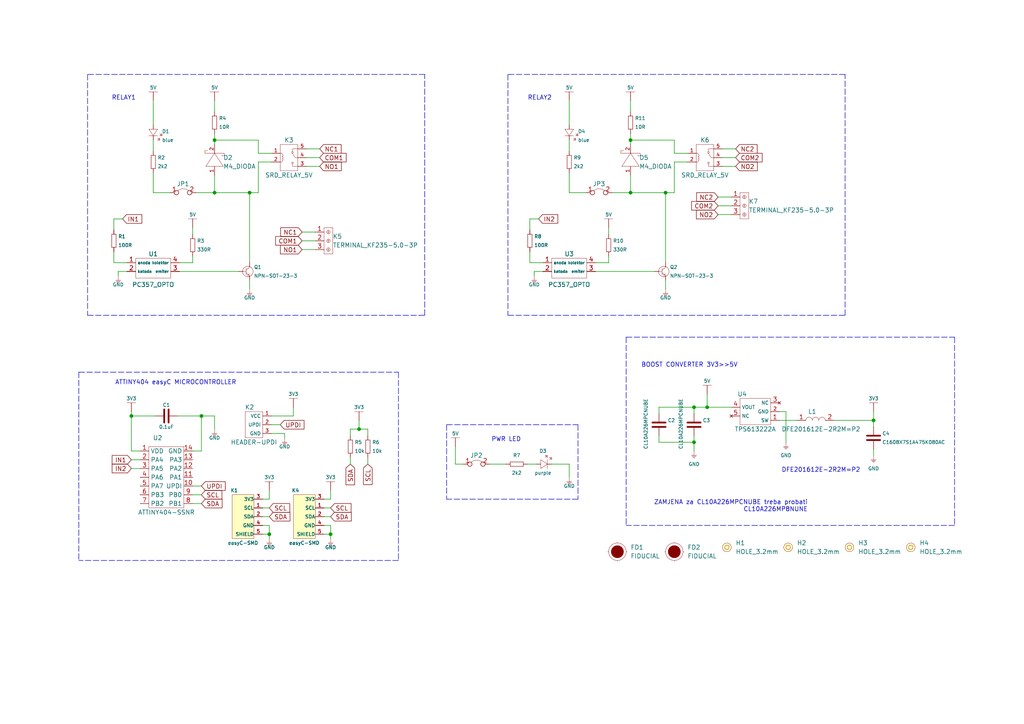
<source format=kicad_sch>
(kicad_sch (version 20210621) (generator eeschema)

  (uuid 3811e474-3ac3-4264-a5f6-ce4d8d64923e)

  (paper "A4")

  (title_block
    (title "2CH relay board with easyC")
    (date "2021-07-14")
    (rev "V1.1.1.")
    (company "SOLDERED")
    (comment 1 "333025")
  )

  (lib_symbols
    (symbol "e-radionica.com schematics:0402LED" (pin_numbers hide) (pin_names (offset 0.254) hide) (in_bom yes) (on_board yes)
      (property "Reference" "D" (id 0) (at -0.635 2.54 0)
        (effects (font (size 1 1)))
      )
      (property "Value" "0402LED" (id 1) (at 0 -2.54 0)
        (effects (font (size 1 1)))
      )
      (property "Footprint" "e-radionica.com footprinti:0402LED" (id 2) (at 0 5.08 0)
        (effects (font (size 1 1)) hide)
      )
      (property "Datasheet" "" (id 3) (at 0 0 0)
        (effects (font (size 1 1)) hide)
      )
      (property "Package" "0402" (id 4) (at 0 0 0)
        (effects (font (size 1.27 1.27)) hide)
      )
      (symbol "0402LED_0_1"
        (polyline
          (pts
            (xy -0.635 1.27)
            (xy 1.27 0)
          )
          (stroke (width 0.0006)) (fill (type none))
        )
        (polyline
          (pts
            (xy 0.635 1.905)
            (xy 1.27 2.54)
          )
          (stroke (width 0.0006)) (fill (type none))
        )
        (polyline
          (pts
            (xy 1.27 1.27)
            (xy 1.27 -1.27)
          )
          (stroke (width 0.0006)) (fill (type none))
        )
        (polyline
          (pts
            (xy 1.905 1.27)
            (xy 2.54 1.905)
          )
          (stroke (width 0.0006)) (fill (type none))
        )
        (polyline
          (pts
            (xy -0.635 1.27)
            (xy -0.635 -1.27)
            (xy 1.27 0)
          )
          (stroke (width 0.0006)) (fill (type none))
        )
        (polyline
          (pts
            (xy 1.27 2.54)
            (xy 0.635 2.54)
            (xy 1.27 1.905)
            (xy 1.27 2.54)
          )
          (stroke (width 0.0006)) (fill (type none))
        )
        (polyline
          (pts
            (xy 2.54 1.905)
            (xy 1.905 1.905)
            (xy 2.54 1.27)
            (xy 2.54 1.905)
          )
          (stroke (width 0.0006)) (fill (type none))
        )
      )
      (symbol "0402LED_1_1"
        (pin passive line (at -1.905 0 0) (length 1.27)
          (name "A" (effects (font (size 1.27 1.27))))
          (number "1" (effects (font (size 1.27 1.27))))
        )
        (pin passive line (at 2.54 0 180) (length 1.27)
          (name "K" (effects (font (size 1.27 1.27))))
          (number "2" (effects (font (size 1.27 1.27))))
        )
      )
    )
    (symbol "e-radionica.com schematics:0402R" (pin_numbers hide) (pin_names (offset 0.254)) (in_bom yes) (on_board yes)
      (property "Reference" "R" (id 0) (at -1.905 1.27 0)
        (effects (font (size 1 1)))
      )
      (property "Value" "0402R" (id 1) (at 0 -1.27 0)
        (effects (font (size 1 1)))
      )
      (property "Footprint" "e-radionica.com footprinti:0402R" (id 2) (at -2.54 1.905 0)
        (effects (font (size 1 1)) hide)
      )
      (property "Datasheet" "" (id 3) (at -2.54 1.905 0)
        (effects (font (size 1 1)) hide)
      )
      (symbol "0402R_0_1"
        (rectangle (start -1.905 -0.635) (end 1.905 -0.6604)
          (stroke (width 0.1)) (fill (type none))
        )
        (rectangle (start -1.905 0.635) (end -1.8796 -0.635)
          (stroke (width 0.1)) (fill (type none))
        )
        (rectangle (start -1.905 0.635) (end 1.905 0.6096)
          (stroke (width 0.1)) (fill (type none))
        )
        (rectangle (start 1.905 0.635) (end 1.9304 -0.635)
          (stroke (width 0.1)) (fill (type none))
        )
      )
      (symbol "0402R_1_1"
        (pin passive line (at -3.175 0 0) (length 1.27)
          (name "~" (effects (font (size 1.27 1.27))))
          (number "1" (effects (font (size 1.27 1.27))))
        )
        (pin passive line (at 3.175 0 180) (length 1.27)
          (name "~" (effects (font (size 1.27 1.27))))
          (number "2" (effects (font (size 1.27 1.27))))
        )
      )
    )
    (symbol "e-radionica.com schematics:0603C" (pin_numbers hide) (pin_names (offset 0.002)) (in_bom yes) (on_board yes)
      (property "Reference" "C" (id 0) (at -0.635 3.175 0)
        (effects (font (size 1 1)))
      )
      (property "Value" "0603C" (id 1) (at 0 -3.175 0)
        (effects (font (size 1 1)))
      )
      (property "Footprint" "e-radionica.com footprinti:0603C" (id 2) (at 0 0 0)
        (effects (font (size 1 1)) hide)
      )
      (property "Datasheet" "" (id 3) (at 0 0 0)
        (effects (font (size 1 1)) hide)
      )
      (symbol "0603C_0_1"
        (polyline
          (pts
            (xy -0.635 1.905)
            (xy -0.635 -1.905)
          )
          (stroke (width 0.5)) (fill (type none))
        )
        (polyline
          (pts
            (xy 0.635 1.905)
            (xy 0.635 -1.905)
          )
          (stroke (width 0.5)) (fill (type none))
        )
      )
      (symbol "0603C_1_1"
        (pin passive line (at -3.175 0 0) (length 2.54)
          (name "~" (effects (font (size 1.27 1.27))))
          (number "1" (effects (font (size 1.27 1.27))))
        )
        (pin passive line (at 3.175 0 180) (length 2.54)
          (name "~" (effects (font (size 1.27 1.27))))
          (number "2" (effects (font (size 1.27 1.27))))
        )
      )
    )
    (symbol "e-radionica.com schematics:0603R" (pin_numbers hide) (pin_names (offset 0.254)) (in_bom yes) (on_board yes)
      (property "Reference" "R" (id 0) (at -1.905 1.905 0)
        (effects (font (size 1 1)))
      )
      (property "Value" "0603R" (id 1) (at 0 -1.905 0)
        (effects (font (size 1 1)))
      )
      (property "Footprint" "e-radionica.com footprinti:0603R" (id 2) (at -0.635 1.905 0)
        (effects (font (size 1 1)) hide)
      )
      (property "Datasheet" "" (id 3) (at -0.635 1.905 0)
        (effects (font (size 1 1)) hide)
      )
      (symbol "0603R_0_1"
        (rectangle (start -1.905 -0.635) (end 1.905 -0.6604)
          (stroke (width 0.1)) (fill (type none))
        )
        (rectangle (start -1.905 0.635) (end -1.8796 -0.635)
          (stroke (width 0.1)) (fill (type none))
        )
        (rectangle (start -1.905 0.635) (end 1.905 0.6096)
          (stroke (width 0.1)) (fill (type none))
        )
        (rectangle (start 1.905 0.635) (end 1.9304 -0.635)
          (stroke (width 0.1)) (fill (type none))
        )
      )
      (symbol "0603R_1_1"
        (pin passive line (at -3.175 0 0) (length 1.27)
          (name "~" (effects (font (size 1.27 1.27))))
          (number "1" (effects (font (size 1.27 1.27))))
        )
        (pin passive line (at 3.175 0 180) (length 1.27)
          (name "~" (effects (font (size 1.27 1.27))))
          (number "2" (effects (font (size 1.27 1.27))))
        )
      )
    )
    (symbol "e-radionica.com schematics:0806L" (in_bom yes) (on_board yes)
      (property "Reference" "L" (id 0) (at 0 1.905 0)
        (effects (font (size 1.27 1.27)))
      )
      (property "Value" "0806L" (id 1) (at 0 -1.27 0)
        (effects (font (size 1.27 1.27)))
      )
      (property "Footprint" "e-radionica.com footprinti:0806L" (id 2) (at 0 -2.54 0)
        (effects (font (size 1.27 1.27)) hide)
      )
      (property "Datasheet" "" (id 3) (at 0 -1.27 0)
        (effects (font (size 1.27 1.27)) hide)
      )
      (symbol "0806L_0_1"
        (arc (start -3.175 0) (end -1.27 0) (radius (at -2.2225 -0.0138) (length 0.9526) (angles 179.2 0.8))
          (stroke (width 0.0006)) (fill (type none))
        )
        (arc (start -1.27 0) (end 0.635 0) (radius (at -0.3175 -0.0138) (length 0.9526) (angles 179.2 0.8))
          (stroke (width 0.0006)) (fill (type none))
        )
        (arc (start 0.635 0) (end 2.54 0) (radius (at 1.5875 -0.0138) (length 0.9526) (angles 179.2 0.8))
          (stroke (width 0.0006)) (fill (type none))
        )
      )
      (symbol "0806L_1_1"
        (pin passive line (at -5.715 0 0) (length 2.54)
          (name "" (effects (font (size 1.27 1.27))))
          (number "1" (effects (font (size 1.27 1.27))))
        )
        (pin passive line (at 5.08 0 180) (length 2.54)
          (name "" (effects (font (size 1.27 1.27))))
          (number "2" (effects (font (size 1.27 1.27))))
        )
      )
    )
    (symbol "e-radionica.com schematics:3V3" (power) (pin_names (offset 0)) (in_bom yes) (on_board yes)
      (property "Reference" "#PWR" (id 0) (at 4.445 0 0)
        (effects (font (size 1 1)) hide)
      )
      (property "Value" "3V3" (id 1) (at 0 3.556 0)
        (effects (font (size 1 1)))
      )
      (property "Footprint" "" (id 2) (at 4.445 3.81 0)
        (effects (font (size 1 1)) hide)
      )
      (property "Datasheet" "" (id 3) (at 4.445 3.81 0)
        (effects (font (size 1 1)) hide)
      )
      (property "ki_keywords" "power-flag" (id 4) (at 0 0 0)
        (effects (font (size 1.27 1.27)) hide)
      )
      (property "ki_description" "Power symbol creates a global label with name \"+3V3\"" (id 5) (at 0 0 0)
        (effects (font (size 1.27 1.27)) hide)
      )
      (symbol "3V3_0_1"
        (polyline
          (pts
            (xy -1.27 2.54)
            (xy 1.27 2.54)
          )
          (stroke (width 0.0006)) (fill (type none))
        )
        (polyline
          (pts
            (xy 0 0)
            (xy 0 2.54)
          )
          (stroke (width 0)) (fill (type none))
        )
      )
      (symbol "3V3_1_1"
        (pin power_in line (at 0 0 90) (length 0) hide
          (name "3V3" (effects (font (size 1.27 1.27))))
          (number "1" (effects (font (size 1.27 1.27))))
        )
      )
    )
    (symbol "e-radionica.com schematics:5V" (power) (pin_names (offset 0)) (in_bom yes) (on_board yes)
      (property "Reference" "#PWR" (id 0) (at 4.445 0 0)
        (effects (font (size 1 1)) hide)
      )
      (property "Value" "5V" (id 1) (at 0 3.556 0)
        (effects (font (size 1 1)))
      )
      (property "Footprint" "" (id 2) (at 4.445 3.81 0)
        (effects (font (size 1 1)) hide)
      )
      (property "Datasheet" "" (id 3) (at 4.445 3.81 0)
        (effects (font (size 1 1)) hide)
      )
      (property "ki_keywords" "power-flag" (id 4) (at 0 0 0)
        (effects (font (size 1.27 1.27)) hide)
      )
      (property "ki_description" "Power symbol creates a global label with name \"+3V3\"" (id 5) (at 0 0 0)
        (effects (font (size 1.27 1.27)) hide)
      )
      (symbol "5V_0_1"
        (polyline
          (pts
            (xy -1.27 2.54)
            (xy 1.27 2.54)
          )
          (stroke (width 0.0006)) (fill (type none))
        )
        (polyline
          (pts
            (xy 0 0)
            (xy 0 2.54)
          )
          (stroke (width 0)) (fill (type none))
        )
      )
      (symbol "5V_1_1"
        (pin power_in line (at 0 0 90) (length 0) hide
          (name "5V" (effects (font (size 1.27 1.27))))
          (number "1" (effects (font (size 1.27 1.27))))
        )
      )
    )
    (symbol "e-radionica.com schematics:ATTINY404-SSNR" (in_bom yes) (on_board yes)
      (property "Reference" "U" (id 0) (at -5.08 10.16 0)
        (effects (font (size 1.27 1.27)))
      )
      (property "Value" "ATTINY404-SSNR" (id 1) (at 0 -10.16 0)
        (effects (font (size 1.27 1.27)))
      )
      (property "Footprint" "e-radionica.com footprinti:SOIC-14" (id 2) (at 0 -11.43 0)
        (effects (font (size 1.27 1.27)) hide)
      )
      (property "Datasheet" "" (id 3) (at 0 -2.54 0)
        (effects (font (size 1.27 1.27)) hide)
      )
      (symbol "ATTINY404-SSNR_0_1"
        (rectangle (start -5.08 8.89) (end 5.08 -8.89)
          (stroke (width 0.0006)) (fill (type none))
        )
      )
      (symbol "ATTINY404-SSNR_1_1"
        (pin power_in line (at -7.62 7.62 0) (length 2.54)
          (name "VDD" (effects (font (size 1.27 1.27))))
          (number "1" (effects (font (size 1.27 1.27))))
        )
        (pin bidirectional line (at 7.62 -2.54 180) (length 2.54)
          (name "UPDI" (effects (font (size 1.27 1.27))))
          (number "10" (effects (font (size 1.27 1.27))))
        )
        (pin bidirectional line (at 7.62 0 180) (length 2.54)
          (name "PA1" (effects (font (size 1.27 1.27))))
          (number "11" (effects (font (size 1.27 1.27))))
        )
        (pin bidirectional line (at 7.62 2.54 180) (length 2.54)
          (name "PA2" (effects (font (size 1.27 1.27))))
          (number "12" (effects (font (size 1.27 1.27))))
        )
        (pin bidirectional line (at 7.62 5.08 180) (length 2.54)
          (name "PA3" (effects (font (size 1.27 1.27))))
          (number "13" (effects (font (size 1.27 1.27))))
        )
        (pin power_in line (at 7.62 7.62 180) (length 2.54)
          (name "GND" (effects (font (size 1.27 1.27))))
          (number "14" (effects (font (size 1.27 1.27))))
        )
        (pin bidirectional line (at -7.62 5.08 0) (length 2.54)
          (name "PA4" (effects (font (size 1.27 1.27))))
          (number "2" (effects (font (size 1.27 1.27))))
        )
        (pin bidirectional line (at -7.62 2.54 0) (length 2.54)
          (name "PA5" (effects (font (size 1.27 1.27))))
          (number "3" (effects (font (size 1.27 1.27))))
        )
        (pin bidirectional line (at -7.62 0 0) (length 2.54)
          (name "PA6" (effects (font (size 1.27 1.27))))
          (number "4" (effects (font (size 1.27 1.27))))
        )
        (pin bidirectional line (at -7.62 -2.54 0) (length 2.54)
          (name "PA7" (effects (font (size 1.27 1.27))))
          (number "5" (effects (font (size 1.27 1.27))))
        )
        (pin bidirectional line (at -7.62 -5.08 0) (length 2.54)
          (name "PB3" (effects (font (size 1.27 1.27))))
          (number "6" (effects (font (size 1.27 1.27))))
        )
        (pin bidirectional line (at -7.62 -7.62 0) (length 2.54)
          (name "PB2" (effects (font (size 1.27 1.27))))
          (number "7" (effects (font (size 1.27 1.27))))
        )
        (pin bidirectional line (at 7.62 -7.62 180) (length 2.54)
          (name "PB1" (effects (font (size 1.27 1.27))))
          (number "8" (effects (font (size 1.27 1.27))))
        )
        (pin bidirectional line (at 7.62 -5.08 180) (length 2.54)
          (name "PB0" (effects (font (size 1.27 1.27))))
          (number "9" (effects (font (size 1.27 1.27))))
        )
      )
    )
    (symbol "e-radionica.com schematics:FIDUCIAL" (in_bom yes) (on_board yes)
      (property "Reference" "FD" (id 0) (at 0 3.81 0)
        (effects (font (size 1.27 1.27)))
      )
      (property "Value" "FIDUCIAL" (id 1) (at 0 -3.81 0)
        (effects (font (size 1.27 1.27)))
      )
      (property "Footprint" "e-radionica.com footprinti:FIDUCIAL_23" (id 2) (at 0.254 -5.334 0)
        (effects (font (size 1.27 1.27)) hide)
      )
      (property "Datasheet" "" (id 3) (at 0 0 0)
        (effects (font (size 1.27 1.27)) hide)
      )
      (symbol "FIDUCIAL_0_1"
        (circle (center 0 0) (radius 2.54) (stroke (width 0.0006)) (fill (type none)))
        (circle (center 0 0) (radius 1.7961) (stroke (width 0.001)) (fill (type outline)))
        (polyline
          (pts
            (xy -2.54 0)
            (xy -2.794 0)
          )
          (stroke (width 0.0006)) (fill (type none))
        )
        (polyline
          (pts
            (xy 0 -2.54)
            (xy 0 -2.794)
          )
          (stroke (width 0.0006)) (fill (type none))
        )
        (polyline
          (pts
            (xy 0 2.54)
            (xy 0 2.794)
          )
          (stroke (width 0.0006)) (fill (type none))
        )
        (polyline
          (pts
            (xy 2.54 0)
            (xy 2.794 0)
          )
          (stroke (width 0.0006)) (fill (type none))
        )
      )
    )
    (symbol "e-radionica.com schematics:GND" (power) (pin_names (offset 0)) (in_bom yes) (on_board yes)
      (property "Reference" "#PWR" (id 0) (at 4.445 0 0)
        (effects (font (size 1 1)) hide)
      )
      (property "Value" "GND" (id 1) (at 0 -2.921 0)
        (effects (font (size 1 1)))
      )
      (property "Footprint" "" (id 2) (at 4.445 3.81 0)
        (effects (font (size 1 1)) hide)
      )
      (property "Datasheet" "" (id 3) (at 4.445 3.81 0)
        (effects (font (size 1 1)) hide)
      )
      (property "ki_keywords" "power-flag" (id 4) (at 0 0 0)
        (effects (font (size 1.27 1.27)) hide)
      )
      (property "ki_description" "Power symbol creates a global label with name \"+3V3\"" (id 5) (at 0 0 0)
        (effects (font (size 1.27 1.27)) hide)
      )
      (symbol "GND_0_1"
        (polyline
          (pts
            (xy -0.762 -1.27)
            (xy 0.762 -1.27)
          )
          (stroke (width 0.0006)) (fill (type none))
        )
        (polyline
          (pts
            (xy -0.635 -1.524)
            (xy 0.635 -1.524)
          )
          (stroke (width 0.0006)) (fill (type none))
        )
        (polyline
          (pts
            (xy -0.381 -1.778)
            (xy 0.381 -1.778)
          )
          (stroke (width 0.0006)) (fill (type none))
        )
        (polyline
          (pts
            (xy -0.127 -2.032)
            (xy 0.127 -2.032)
          )
          (stroke (width 0.0006)) (fill (type none))
        )
        (polyline
          (pts
            (xy 0 0)
            (xy 0 -1.27)
          )
          (stroke (width 0.0006)) (fill (type none))
        )
      )
      (symbol "GND_1_1"
        (pin power_in line (at 0 0 270) (length 0) hide
          (name "GND" (effects (font (size 1.27 1.27))))
          (number "1" (effects (font (size 1.27 1.27))))
        )
      )
    )
    (symbol "e-radionica.com schematics:HEADER-UPDI" (in_bom yes) (on_board yes)
      (property "Reference" "K" (id 0) (at -1.27 5.08 0)
        (effects (font (size 1.27 1.27)))
      )
      (property "Value" "HEADER-UPDI" (id 1) (at 0 -5.08 0)
        (effects (font (size 1.27 1.27)))
      )
      (property "Footprint" "e-radionica.com footprinti:HEADER-UPDI" (id 2) (at 2.54 -7.62 0)
        (effects (font (size 1.27 1.27)) hide)
      )
      (property "Datasheet" "" (id 3) (at 2.54 0 0)
        (effects (font (size 1.27 1.27)) hide)
      )
      (symbol "HEADER-UPDI_0_1"
        (rectangle (start -2.54 3.81) (end 2.54 -3.81)
          (stroke (width 0.0006)) (fill (type none))
        )
      )
      (symbol "HEADER-UPDI_1_1"
        (pin power_in line (at 5.08 2.54 180) (length 2.54)
          (name "VCC" (effects (font (size 1 1))))
          (number "1" (effects (font (size 1 1))))
        )
        (pin bidirectional line (at 5.08 0 180) (length 2.54)
          (name "UPDI" (effects (font (size 1 1))))
          (number "2" (effects (font (size 1 1))))
        )
        (pin power_in line (at 5.08 -2.54 180) (length 2.54)
          (name "GND" (effects (font (size 1 1))))
          (number "3" (effects (font (size 1 1))))
        )
      )
    )
    (symbol "e-radionica.com schematics:HOLE_3.2mm" (pin_numbers hide) (pin_names hide) (in_bom yes) (on_board yes)
      (property "Reference" "H" (id 0) (at 0 2.54 0)
        (effects (font (size 1.27 1.27)))
      )
      (property "Value" "HOLE_3.2mm" (id 1) (at 0 -2.54 0)
        (effects (font (size 1.27 1.27)))
      )
      (property "Footprint" "e-radionica.com footprinti:HOLE_3.2mm" (id 2) (at 0 0 0)
        (effects (font (size 1.27 1.27)) hide)
      )
      (property "Datasheet" "" (id 3) (at 0 0 0)
        (effects (font (size 1.27 1.27)) hide)
      )
      (symbol "HOLE_3.2mm_0_1"
        (circle (center 0 0) (radius 0.635) (stroke (width 0.0006)) (fill (type none)))
        (circle (center 0 0) (radius 1.27) (stroke (width 0.001)) (fill (type background)))
      )
    )
    (symbol "e-radionica.com schematics:M4_DIODA" (pin_names hide) (in_bom yes) (on_board yes)
      (property "Reference" "D" (id 0) (at 0 3.81 0)
        (effects (font (size 1.27 1.27)))
      )
      (property "Value" "M4_DIODA" (id 1) (at 0 -4.572 0)
        (effects (font (size 1.27 1.27)))
      )
      (property "Footprint" "e-radionica.com footprinti:M4_DIODA" (id 2) (at 0 -6.35 0)
        (effects (font (size 1.27 1.27)) hide)
      )
      (property "Datasheet" "" (id 3) (at 0 0 0)
        (effects (font (size 1.27 1.27)) hide)
      )
      (symbol "M4_DIODA_0_1"
        (polyline
          (pts
            (xy -2.54 2.54)
            (xy -2.54 -2.54)
            (xy 1.27 0)
            (xy -2.54 2.54)
          )
          (stroke (width 0.0006)) (fill (type none))
        )
        (polyline
          (pts
            (xy 1.27 2.794)
            (xy 1.27 -2.794)
            (xy 0.508 -2.794)
            (xy 0.508 -2.032)
          )
          (stroke (width 0.0006)) (fill (type none))
        )
        (polyline
          (pts
            (xy 1.27 2.794)
            (xy 2.032 2.794)
            (xy 2.032 2.032)
            (xy 2.032 2.54)
          )
          (stroke (width 0.0006)) (fill (type none))
        )
      )
      (symbol "M4_DIODA_1_1"
        (pin passive line (at -5.08 0 0) (length 2.54)
          (name "A" (effects (font (size 1 1))))
          (number "1" (effects (font (size 1 1))))
        )
        (pin passive line (at 3.81 0 180) (length 2.54)
          (name "K" (effects (font (size 1 1))))
          (number "2" (effects (font (size 1 1))))
        )
      )
    )
    (symbol "e-radionica.com schematics:NPN-SOT-23-3" (pin_numbers hide) (pin_names hide) (in_bom yes) (on_board yes)
      (property "Reference" "Q" (id 0) (at -2.286 2.921 0)
        (effects (font (size 1 1)))
      )
      (property "Value" "NPN-SOT-23-3" (id 1) (at 0 -3.81 0)
        (effects (font (size 1 1)))
      )
      (property "Footprint" "e-radionica.com footprinti:SOT-23-3" (id 2) (at 0 0 0)
        (effects (font (size 1 1)) hide)
      )
      (property "Datasheet" "" (id 3) (at 0 0 0)
        (effects (font (size 1 1)) hide)
      )
      (symbol "NPN-SOT-23-3_0_1"
        (circle (center -0.508 0) (radius 1.524) (stroke (width 0.0006)) (fill (type none)))
        (polyline
          (pts
            (xy -2.032 0)
            (xy -1.016 0)
          )
          (stroke (width 0.0006)) (fill (type none))
        )
        (polyline
          (pts
            (xy -1.016 -0.381)
            (xy -0.4064 -0.9144)
          )
          (stroke (width 0.1)) (fill (type none))
        )
        (polyline
          (pts
            (xy -1.016 0.381)
            (xy 0 1.27)
          )
          (stroke (width 0.0006)) (fill (type none))
        )
        (polyline
          (pts
            (xy -1.016 1.016)
            (xy -1.016 -1.016)
          )
          (stroke (width 0.0006)) (fill (type none))
        )
        (polyline
          (pts
            (xy -0.6096 -1.1684)
            (xy -0.2032 -0.6604)
            (xy 0 -1.27)
            (xy -0.6096 -1.1684)
          )
          (stroke (width 0.0006)) (fill (type none))
        )
      )
      (symbol "NPN-SOT-23-3_1_1"
        (pin passive line (at -3.175 0 0) (length 1.27)
          (name "B" (effects (font (size 1 1))))
          (number "1" (effects (font (size 1 1))))
        )
        (pin passive line (at 0 -2.54 90) (length 1.27)
          (name "E" (effects (font (size 1 1))))
          (number "2" (effects (font (size 1 1))))
        )
        (pin passive line (at 0 2.54 270) (length 1.27)
          (name "C" (effects (font (size 1 1))))
          (number "3" (effects (font (size 1 1))))
        )
      )
    )
    (symbol "e-radionica.com schematics:PC357_OPTO" (in_bom yes) (on_board yes)
      (property "Reference" "U" (id 0) (at 0 5.08 0)
        (effects (font (size 1.27 1.27)))
      )
      (property "Value" "PC357_OPTO" (id 1) (at 0 -5.08 0)
        (effects (font (size 1.27 1.27)))
      )
      (property "Footprint" "e-radionica.com footprinti:PC357_OPTO" (id 2) (at 0 0 0)
        (effects (font (size 1.27 1.27)) hide)
      )
      (property "Datasheet" "" (id 3) (at 0 0 0)
        (effects (font (size 1.27 1.27)) hide)
      )
      (symbol "PC357_OPTO_0_1"
        (rectangle (start -5.08 2.54) (end 5.08 -3.175)
          (stroke (width 0.0006)) (fill (type none))
        )
      )
      (symbol "PC357_OPTO_1_1"
        (pin passive line (at -7.62 1.27 0) (length 2.54)
          (name "anoda" (effects (font (size 0.8 0.8))))
          (number "1" (effects (font (size 1.27 1.27))))
        )
        (pin passive line (at -7.62 -1.27 0) (length 2.54)
          (name "katoda" (effects (font (size 0.8 0.8))))
          (number "2" (effects (font (size 1.27 1.27))))
        )
        (pin passive line (at 7.62 -1.27 180) (length 2.54)
          (name "emiter" (effects (font (size 0.8 0.8))))
          (number "3" (effects (font (size 1.27 1.27))))
        )
        (pin passive line (at 7.62 1.27 180) (length 2.54)
          (name "kolektor" (effects (font (size 0.8 0.8))))
          (number "4" (effects (font (size 1.27 1.27))))
        )
      )
    )
    (symbol "e-radionica.com schematics:SMD-JUMPER-CONNECTED_TRACE_SLODERMASK" (in_bom yes) (on_board yes)
      (property "Reference" "JP" (id 0) (at 0 3.556 0)
        (effects (font (size 1.27 1.27)))
      )
      (property "Value" "SMD-JUMPER-CONNECTED_TRACE_SLODERMASK" (id 1) (at 0 -2.54 0)
        (effects (font (size 1.27 1.27)))
      )
      (property "Footprint" "e-radionica.com footprinti:SMD-JUMPER-CONNECTED_TRACE_SLODERMASK" (id 2) (at 0 -5.715 0)
        (effects (font (size 1.27 1.27)) hide)
      )
      (property "Datasheet" "" (id 3) (at 0 0 0)
        (effects (font (size 1.27 1.27)) hide)
      )
      (symbol "SMD-JUMPER-CONNECTED_TRACE_SLODERMASK_0_1"
        (arc (start -1.8034 0.5588) (end 1.397 0.5842) (radius (at -0.1875 -1.4124) (length 2.5489) (angles 129.3 51.6))
          (stroke (width 0.0006)) (fill (type none))
        )
      )
      (symbol "SMD-JUMPER-CONNECTED_TRACE_SLODERMASK_1_1"
        (pin passive inverted (at -4.064 0 0) (length 2.54)
          (name "" (effects (font (size 1.27 1.27))))
          (number "1" (effects (font (size 1.27 1.27))))
        )
        (pin passive inverted (at 3.556 0 180) (length 2.54)
          (name "" (effects (font (size 1.27 1.27))))
          (number "2" (effects (font (size 1.27 1.27))))
        )
      )
    )
    (symbol "e-radionica.com schematics:SRD_RELAY_5V" (in_bom yes) (on_board yes)
      (property "Reference" "K" (id 0) (at 0 3.81 0)
        (effects (font (size 1.27 1.27)))
      )
      (property "Value" "SRD_RELAY_5V" (id 1) (at 0 -6.35 0)
        (effects (font (size 1.27 1.27)))
      )
      (property "Footprint" "e-radionica.com footprinti:SRD_RELAY_5V" (id 2) (at 1.27 -8.89 0)
        (effects (font (size 1.27 1.27)) hide)
      )
      (property "Datasheet" "" (id 3) (at 0 0 0)
        (effects (font (size 1.27 1.27)) hide)
      )
      (symbol "SRD_RELAY_5V_0_1"
        (arc (start -1.9929 -0.9525) (end -1.9929 -0.3175) (radius (at -2.032 -0.635) (length 0.3199) (angles -83 83))
          (stroke (width 0.0006)) (fill (type none))
        )
        (arc (start -1.9929 -0.3175) (end -1.9929 0.3175) (radius (at -2.032 0) (length 0.3199) (angles -83 83))
          (stroke (width 0.0006)) (fill (type none))
        )
        (arc (start -1.9929 0.3175) (end -1.9929 0.9525) (radius (at -2.032 0.635) (length 0.3199) (angles -83 83))
          (stroke (width 0.0006)) (fill (type none))
        )
        (circle (center 1.016 -1.524) (radius 0.254) (stroke (width 0.0008)) (fill (type none)))
        (circle (center 1.016 1.524) (radius 0.254) (stroke (width 0.0006)) (fill (type none)))
        (rectangle (start 2.54 3.81) (end -2.54 -3.81)
          (stroke (width 0.0006)) (fill (type none))
        )
        (polyline
          (pts
            (xy -2.54 -1.27)
            (xy -2.032 -1.27)
            (xy -2.032 -1.016)
          )
          (stroke (width 0.0006)) (fill (type none))
        )
        (polyline
          (pts
            (xy -2.54 1.27)
            (xy -2.032 1.27)
            (xy -2.032 1.016)
          )
          (stroke (width 0.0006)) (fill (type none))
        )
        (polyline
          (pts
            (xy 2.54 0)
            (xy 1.778 0)
            (xy 1.016 1.27)
          )
          (stroke (width 0.0006)) (fill (type none))
        )
        (polyline
          (pts
            (xy 2.54 2.54)
            (xy 1.016 2.54)
            (xy 1.016 1.778)
          )
          (stroke (width 0.0006)) (fill (type none))
        )
        (polyline
          (pts
            (xy 2.54 -2.54)
            (xy 2.032 -2.54)
            (xy 1.016 -2.54)
            (xy 1.016 -1.778)
          )
          (stroke (width 0.0006)) (fill (type none))
        )
      )
      (symbol "SRD_RELAY_5V_1_1"
        (pin passive line (at -5.08 1.27 0) (length 2.54)
          (name "" (effects (font (size 1 1))))
          (number "1" (effects (font (size 1 1))))
        )
        (pin passive line (at -5.08 -1.27 0) (length 2.54)
          (name "" (effects (font (size 1 1))))
          (number "2" (effects (font (size 1 1))))
        )
        (pin passive line (at 5.08 -2.54 180) (length 2.54)
          (name "" (effects (font (size 1 1))))
          (number "3" (effects (font (size 1 1))))
        )
        (pin passive line (at 5.08 0 180) (length 2.54)
          (name "" (effects (font (size 1 1))))
          (number "4" (effects (font (size 1 1))))
        )
        (pin passive line (at 5.08 2.54 180) (length 2.54)
          (name "" (effects (font (size 1 1))))
          (number "5" (effects (font (size 1 1))))
        )
      )
    )
    (symbol "e-radionica.com schematics:TERMINAL_KF235-5.0-3P" (in_bom yes) (on_board yes)
      (property "Reference" "K" (id 0) (at 0 5.08 0)
        (effects (font (size 1.27 1.27)))
      )
      (property "Value" "TERMINAL_KF235-5.0-3P" (id 1) (at 0 -5.08 0)
        (effects (font (size 1.27 1.27)))
      )
      (property "Footprint" "e-radionica.com footprinti:TERMINAL_KF235-5.0-3P" (id 2) (at 0 -7.62 0)
        (effects (font (size 1.27 1.27)) hide)
      )
      (property "Datasheet" "" (id 3) (at 0 0 0)
        (effects (font (size 1.27 1.27)) hide)
      )
      (symbol "TERMINAL_KF235-5.0-3P_0_1"
        (circle (center 0 -2.54) (radius 0.508) (stroke (width 0.0006)) (fill (type none)))
        (circle (center 0 0) (radius 0.508) (stroke (width 0.0006)) (fill (type none)))
        (circle (center 0 2.54) (radius 0.508) (stroke (width 0.0006)) (fill (type none)))
        (rectangle (start -1.27 3.81) (end 1.27 -3.81)
          (stroke (width 0.0006)) (fill (type none))
        )
        (polyline
          (pts
            (xy -0.254 -2.54)
            (xy 0.254 -2.54)
          )
          (stroke (width 0.0006)) (fill (type none))
        )
        (polyline
          (pts
            (xy -0.254 0)
            (xy 0.254 0)
          )
          (stroke (width 0.0006)) (fill (type none))
        )
        (polyline
          (pts
            (xy -0.254 2.54)
            (xy 0.254 2.54)
          )
          (stroke (width 0.0006)) (fill (type none))
        )
        (polyline
          (pts
            (xy 0 -2.032)
            (xy 0 -3.048)
          )
          (stroke (width 0.0006)) (fill (type none))
        )
        (polyline
          (pts
            (xy 0 0.508)
            (xy 0 -0.508)
          )
          (stroke (width 0.0006)) (fill (type none))
        )
        (polyline
          (pts
            (xy 0 3.048)
            (xy 0 2.032)
          )
          (stroke (width 0.0006)) (fill (type none))
        )
      )
      (symbol "TERMINAL_KF235-5.0-3P_1_1"
        (pin input line (at -3.81 2.54 0) (length 2.54)
          (name "~" (effects (font (size 1.27 1.27))))
          (number "1" (effects (font (size 1.27 1.27))))
        )
        (pin input line (at -3.81 0 0) (length 2.54)
          (name "~" (effects (font (size 1.27 1.27))))
          (number "2" (effects (font (size 1.27 1.27))))
        )
        (pin input line (at -3.81 -2.54 0) (length 2.54)
          (name "~" (effects (font (size 1.27 1.27))))
          (number "3" (effects (font (size 1.27 1.27))))
        )
      )
    )
    (symbol "e-radionica.com schematics:TPS613222A" (in_bom yes) (on_board yes)
      (property "Reference" "U" (id 0) (at 0 5.08 0)
        (effects (font (size 1.27 1.27)))
      )
      (property "Value" "TPS613222A" (id 1) (at 0 -5.08 0)
        (effects (font (size 1.27 1.27)))
      )
      (property "Footprint" "e-radionica.com footprinti:tps613222a" (id 2) (at -0.635 0 0)
        (effects (font (size 1.27 1.27)) hide)
      )
      (property "Datasheet" "" (id 3) (at -0.635 0 0)
        (effects (font (size 1.27 1.27)) hide)
      )
      (symbol "TPS613222A_0_1"
        (rectangle (start -4.445 3.81) (end 4.445 -3.81)
          (stroke (width 0.0006)) (fill (type none))
        )
      )
      (symbol "TPS613222A_1_1"
        (pin passive line (at 6.985 -2.54 180) (length 2.54)
          (name "SW" (effects (font (size 1 1))))
          (number "1" (effects (font (size 1.27 1.27))))
        )
        (pin passive line (at 6.985 0 180) (length 2.54)
          (name "GND" (effects (font (size 1 1))))
          (number "2" (effects (font (size 1 1))))
        )
        (pin no_connect line (at 6.985 2.54 180) (length 2.54)
          (name "NC" (effects (font (size 1 1))))
          (number "3" (effects (font (size 1.27 1.27))))
        )
        (pin passive line (at -6.985 1.27 0) (length 2.54)
          (name "VOUT" (effects (font (size 1 1))))
          (number "4" (effects (font (size 1.27 1.27))))
        )
        (pin no_connect line (at -6.985 -1.27 0) (length 2.54)
          (name "NC" (effects (font (size 1 1))))
          (number "5" (effects (font (size 1.27 1.27))))
        )
      )
    )
    (symbol "e-radionica.com schematics:easyC-SMD" (pin_names (offset 0.002)) (in_bom yes) (on_board yes)
      (property "Reference" "K" (id 0) (at -2.54 10.16 0)
        (effects (font (size 1 1)))
      )
      (property "Value" "easyC-SMD" (id 1) (at 0 -5.08 0)
        (effects (font (size 1 1)))
      )
      (property "Footprint" "e-radionica.com footprinti:easyC-connector" (id 2) (at 3.175 2.54 0)
        (effects (font (size 1 1)) hide)
      )
      (property "Datasheet" "" (id 3) (at 3.175 2.54 0)
        (effects (font (size 1 1)) hide)
      )
      (symbol "easyC-SMD_0_1"
        (rectangle (start -3.175 8.89) (end 3.175 -3.81)
          (stroke (width 0.001)) (fill (type background))
        )
      )
      (symbol "easyC-SMD_1_1"
        (pin passive line (at 5.715 5.08 180) (length 2.54)
          (name "SCL" (effects (font (size 1 1))))
          (number "1" (effects (font (size 1 1))))
        )
        (pin passive line (at 5.715 2.54 180) (length 2.54)
          (name "SDA" (effects (font (size 1 1))))
          (number "2" (effects (font (size 1 1))))
        )
        (pin passive line (at 5.715 7.62 180) (length 2.54)
          (name "3V3" (effects (font (size 1 1))))
          (number "3" (effects (font (size 1 1))))
        )
        (pin passive line (at 5.715 0 180) (length 2.54)
          (name "GND" (effects (font (size 1 1))))
          (number "4" (effects (font (size 1 1))))
        )
        (pin passive line (at 5.715 -2.54 180) (length 2.54)
          (name "SHIELD" (effects (font (size 1 1))))
          (number "5" (effects (font (size 1 1))))
        )
      )
    )
  )

  (junction (at 38.1 120.65) (diameter 0.9144) (color 0 0 0 0))
  (junction (at 58.42 120.65) (diameter 0.9144) (color 0 0 0 0))
  (junction (at 62.23 40.64) (diameter 0.9144) (color 0 0 0 0))
  (junction (at 62.23 55.88) (diameter 0.9144) (color 0 0 0 0))
  (junction (at 72.39 55.88) (diameter 0.9144) (color 0 0 0 0))
  (junction (at 78.105 154.94) (diameter 0.9144) (color 0 0 0 0))
  (junction (at 95.885 154.94) (diameter 0.9144) (color 0 0 0 0))
  (junction (at 104.14 124.46) (diameter 0.9144) (color 0 0 0 0))
  (junction (at 182.88 40.64) (diameter 0.9144) (color 0 0 0 0))
  (junction (at 182.88 55.88) (diameter 0.9144) (color 0 0 0 0))
  (junction (at 193.04 55.88) (diameter 0.9144) (color 0 0 0 0))
  (junction (at 201.295 118.11) (diameter 0.9144) (color 0 0 0 0))
  (junction (at 201.295 128.27) (diameter 0.9144) (color 0 0 0 0))
  (junction (at 205.105 118.11) (diameter 0.9144) (color 0 0 0 0))
  (junction (at 253.365 121.92) (diameter 0.9144) (color 0 0 0 0))

  (wire (pts (xy 33.02 63.5) (xy 35.56 63.5))
    (stroke (width 0) (type solid) (color 0 0 0 0))
    (uuid 0f66403e-1d6b-4bc5-ad6b-a71917989f23)
  )
  (wire (pts (xy 33.02 66.675) (xy 33.02 63.5))
    (stroke (width 0) (type solid) (color 0 0 0 0))
    (uuid d362de45-19d2-4871-bda4-7f3542f9fce4)
  )
  (wire (pts (xy 33.02 76.2) (xy 33.02 73.025))
    (stroke (width 0) (type solid) (color 0 0 0 0))
    (uuid 3b962d67-ac79-4f68-8af2-c667408dfc8e)
  )
  (wire (pts (xy 34.29 78.74) (xy 34.29 80.01))
    (stroke (width 0) (type solid) (color 0 0 0 0))
    (uuid e397e143-88bc-4b7d-9487-d8d22fd7b8ed)
  )
  (wire (pts (xy 36.83 76.2) (xy 33.02 76.2))
    (stroke (width 0) (type solid) (color 0 0 0 0))
    (uuid c6c16927-bf5d-4379-b800-47cadbb04a23)
  )
  (wire (pts (xy 36.83 78.74) (xy 34.29 78.74))
    (stroke (width 0) (type solid) (color 0 0 0 0))
    (uuid df74ae7f-dd9d-4f34-a5fa-5b8059e70e3b)
  )
  (wire (pts (xy 38.1 120.65) (xy 38.1 119.38))
    (stroke (width 0) (type solid) (color 0 0 0 0))
    (uuid b9239f3d-d245-4676-b717-980e4ccb23b5)
  )
  (wire (pts (xy 38.1 130.81) (xy 38.1 120.65))
    (stroke (width 0) (type solid) (color 0 0 0 0))
    (uuid 3208b280-318e-4f03-a523-a499cccc2ed6)
  )
  (wire (pts (xy 38.1 133.35) (xy 40.64 133.35))
    (stroke (width 0) (type solid) (color 0 0 0 0))
    (uuid a19e41b8-6258-4af2-bf06-38ccbfb078c3)
  )
  (wire (pts (xy 38.1 135.89) (xy 40.64 135.89))
    (stroke (width 0) (type solid) (color 0 0 0 0))
    (uuid 17d8fc7d-d233-4f9d-b9c5-3da0d3681e47)
  )
  (wire (pts (xy 40.64 130.81) (xy 38.1 130.81))
    (stroke (width 0) (type solid) (color 0 0 0 0))
    (uuid 12c31dca-5b13-4216-ae95-bfed6a9b919e)
  )
  (wire (pts (xy 44.45 29.21) (xy 44.45 36.195))
    (stroke (width 0) (type solid) (color 0 0 0 0))
    (uuid 8d68f32f-295e-46dc-814d-8add70d83751)
  )
  (wire (pts (xy 44.45 40.64) (xy 44.45 43.815))
    (stroke (width 0) (type solid) (color 0 0 0 0))
    (uuid 71736f0a-5a19-4c7c-8b05-9fa1461cf427)
  )
  (wire (pts (xy 44.45 50.165) (xy 44.45 55.88))
    (stroke (width 0) (type solid) (color 0 0 0 0))
    (uuid 37211ef6-a7ab-408b-b61f-aa0138c6c845)
  )
  (wire (pts (xy 44.45 55.88) (xy 49.276 55.88))
    (stroke (width 0) (type solid) (color 0 0 0 0))
    (uuid 1fffdbd6-ae32-4ec9-8539-6bf31ef22e29)
  )
  (wire (pts (xy 45.085 120.65) (xy 38.1 120.65))
    (stroke (width 0) (type solid) (color 0 0 0 0))
    (uuid cd5643a1-8ac9-45be-9cf3-a78d40773c9e)
  )
  (wire (pts (xy 51.435 120.65) (xy 58.42 120.65))
    (stroke (width 0) (type solid) (color 0 0 0 0))
    (uuid 04fd8cae-07ea-4c54-9245-af53a6cf3a0c)
  )
  (wire (pts (xy 52.07 76.2) (xy 55.88 76.2))
    (stroke (width 0) (type solid) (color 0 0 0 0))
    (uuid f5c3b314-67ba-4060-b036-01d8b3f3c5ec)
  )
  (wire (pts (xy 52.07 78.74) (xy 69.215 78.74))
    (stroke (width 0) (type solid) (color 0 0 0 0))
    (uuid c4788c71-0bba-4f57-8477-a94852dacf85)
  )
  (wire (pts (xy 55.88 66.04) (xy 55.88 67.945))
    (stroke (width 0) (type solid) (color 0 0 0 0))
    (uuid ee72972c-27d0-4d2b-a043-606f45011a93)
  )
  (wire (pts (xy 55.88 74.295) (xy 55.88 76.2))
    (stroke (width 0) (type solid) (color 0 0 0 0))
    (uuid 0d5bc87a-19c5-45be-b4cc-99cbaa6e6693)
  )
  (wire (pts (xy 55.88 140.97) (xy 58.42 140.97))
    (stroke (width 0) (type solid) (color 0 0 0 0))
    (uuid 3f4cf792-cf0a-4204-84c8-c30447600a66)
  )
  (wire (pts (xy 55.88 143.51) (xy 58.42 143.51))
    (stroke (width 0) (type solid) (color 0 0 0 0))
    (uuid b5fbb679-a255-4334-9301-09f2f3df25c9)
  )
  (wire (pts (xy 55.88 146.05) (xy 58.42 146.05))
    (stroke (width 0) (type solid) (color 0 0 0 0))
    (uuid de94d873-f059-493a-bfdf-3d6838fea4dc)
  )
  (wire (pts (xy 56.896 55.88) (xy 62.23 55.88))
    (stroke (width 0) (type solid) (color 0 0 0 0))
    (uuid cb4a3336-b3a5-4ccc-b370-1edc0fef8813)
  )
  (wire (pts (xy 58.42 120.65) (xy 58.42 130.81))
    (stroke (width 0) (type solid) (color 0 0 0 0))
    (uuid 6d94622e-9f1e-4c28-bb88-72c603dc2f06)
  )
  (wire (pts (xy 58.42 120.65) (xy 62.23 120.65))
    (stroke (width 0) (type solid) (color 0 0 0 0))
    (uuid 66ddb781-02ef-415e-9431-d136d4fef8b5)
  )
  (wire (pts (xy 58.42 130.81) (xy 55.88 130.81))
    (stroke (width 0) (type solid) (color 0 0 0 0))
    (uuid 93d99d9e-c8fe-41ca-bedc-37c18439523e)
  )
  (wire (pts (xy 62.23 29.21) (xy 62.23 32.385))
    (stroke (width 0) (type solid) (color 0 0 0 0))
    (uuid e75582c3-23aa-41ee-92e9-c6bdc443d244)
  )
  (wire (pts (xy 62.23 38.735) (xy 62.23 40.64))
    (stroke (width 0) (type solid) (color 0 0 0 0))
    (uuid c726ede0-cf45-4e2f-8306-2b534ab4cca4)
  )
  (wire (pts (xy 62.23 40.64) (xy 62.23 41.91))
    (stroke (width 0) (type solid) (color 0 0 0 0))
    (uuid 4d71458b-543d-479f-b33c-c0253b1f738d)
  )
  (wire (pts (xy 62.23 40.64) (xy 74.93 40.64))
    (stroke (width 0) (type solid) (color 0 0 0 0))
    (uuid c0ac92e5-9daa-485a-a5f1-da57bb4c3bee)
  )
  (wire (pts (xy 62.23 55.88) (xy 62.23 50.8))
    (stroke (width 0) (type solid) (color 0 0 0 0))
    (uuid dbfa3fa4-c08d-43cc-a646-b44a7843478f)
  )
  (wire (pts (xy 62.23 55.88) (xy 72.39 55.88))
    (stroke (width 0) (type solid) (color 0 0 0 0))
    (uuid 83955e43-4cd4-44ce-8025-310dd3b06ba2)
  )
  (wire (pts (xy 62.23 120.65) (xy 62.23 124.46))
    (stroke (width 0) (type solid) (color 0 0 0 0))
    (uuid 4464481f-41d9-4a30-886f-0bb91b2319cc)
  )
  (wire (pts (xy 72.39 55.88) (xy 72.39 76.2))
    (stroke (width 0) (type solid) (color 0 0 0 0))
    (uuid e0bc567f-8a21-41d2-aae5-32c94ad18d27)
  )
  (wire (pts (xy 72.39 55.88) (xy 74.93 55.88))
    (stroke (width 0) (type solid) (color 0 0 0 0))
    (uuid 83955e43-4cd4-44ce-8025-310dd3b06ba2)
  )
  (wire (pts (xy 72.39 81.28) (xy 72.39 83.82))
    (stroke (width 0) (type solid) (color 0 0 0 0))
    (uuid 99501c4e-4300-4a63-9280-3d2e9b5f99cf)
  )
  (wire (pts (xy 74.93 44.45) (xy 74.93 40.64))
    (stroke (width 0) (type solid) (color 0 0 0 0))
    (uuid 8de0a7f4-68ab-4e94-b1df-2948818870ff)
  )
  (wire (pts (xy 74.93 46.99) (xy 74.93 55.88))
    (stroke (width 0) (type solid) (color 0 0 0 0))
    (uuid 959b2af1-a402-4ca0-b0b9-1d69b521fca3)
  )
  (wire (pts (xy 76.2 144.78) (xy 78.105 144.78))
    (stroke (width 0) (type solid) (color 0 0 0 0))
    (uuid e84d9017-7c1e-46a8-81f2-bb748c4cc35f)
  )
  (wire (pts (xy 76.2 147.32) (xy 78.105 147.32))
    (stroke (width 0) (type solid) (color 0 0 0 0))
    (uuid 4ef25499-372b-457c-9d2a-bc0e190b3a01)
  )
  (wire (pts (xy 76.2 149.86) (xy 78.105 149.86))
    (stroke (width 0) (type solid) (color 0 0 0 0))
    (uuid 3e56beb8-242c-4b2b-9723-ea54cbde1f73)
  )
  (wire (pts (xy 76.2 152.4) (xy 78.105 152.4))
    (stroke (width 0) (type solid) (color 0 0 0 0))
    (uuid 8378d62f-bbd8-407e-bbb4-03401f0010ac)
  )
  (wire (pts (xy 76.2 154.94) (xy 78.105 154.94))
    (stroke (width 0) (type solid) (color 0 0 0 0))
    (uuid fc256206-81d6-4c4a-9336-1744c575c49e)
  )
  (wire (pts (xy 78.105 144.78) (xy 78.105 142.24))
    (stroke (width 0) (type solid) (color 0 0 0 0))
    (uuid 8a7a8315-a6f6-43db-870c-2c39389a3100)
  )
  (wire (pts (xy 78.105 152.4) (xy 78.105 154.94))
    (stroke (width 0) (type solid) (color 0 0 0 0))
    (uuid 1dc93125-2463-4db6-972e-20562368c1e6)
  )
  (wire (pts (xy 78.105 154.94) (xy 78.105 156.21))
    (stroke (width 0) (type solid) (color 0 0 0 0))
    (uuid 729fbc4f-ddbd-47c7-9066-234017f03d0a)
  )
  (wire (pts (xy 78.74 44.45) (xy 74.93 44.45))
    (stroke (width 0) (type solid) (color 0 0 0 0))
    (uuid af1aea0c-a975-4da7-88e2-0c43274184d8)
  )
  (wire (pts (xy 78.74 46.99) (xy 74.93 46.99))
    (stroke (width 0) (type solid) (color 0 0 0 0))
    (uuid ea6081b3-db25-4588-97c8-e25b225e3ea3)
  )
  (wire (pts (xy 78.74 120.65) (xy 85.09 120.65))
    (stroke (width 0) (type solid) (color 0 0 0 0))
    (uuid 0a0e3152-9370-4276-9541-ec3da928b5b3)
  )
  (wire (pts (xy 78.74 123.19) (xy 81.28 123.19))
    (stroke (width 0) (type solid) (color 0 0 0 0))
    (uuid 683b303a-4f3f-40ab-a16c-f9a4929100a3)
  )
  (wire (pts (xy 78.74 125.73) (xy 82.55 125.73))
    (stroke (width 0) (type solid) (color 0 0 0 0))
    (uuid 11b9782b-53e0-4be2-a61f-f1a65ff3c9e6)
  )
  (wire (pts (xy 82.55 125.73) (xy 82.55 127))
    (stroke (width 0) (type solid) (color 0 0 0 0))
    (uuid 28c45072-7ae9-4406-b0fa-aee89ddd3b31)
  )
  (wire (pts (xy 85.09 120.65) (xy 85.09 118.11))
    (stroke (width 0) (type solid) (color 0 0 0 0))
    (uuid dac2747b-f4a9-4c82-b3eb-4226997e72c0)
  )
  (wire (pts (xy 87.63 67.31) (xy 91.44 67.31))
    (stroke (width 0) (type solid) (color 0 0 0 0))
    (uuid ef41b6f9-e10a-482f-9f23-e13aca56e1a6)
  )
  (wire (pts (xy 87.63 69.85) (xy 91.44 69.85))
    (stroke (width 0) (type solid) (color 0 0 0 0))
    (uuid 6e94dec9-c767-41a4-93a4-9b2b2c7b75fb)
  )
  (wire (pts (xy 87.63 72.39) (xy 91.44 72.39))
    (stroke (width 0) (type solid) (color 0 0 0 0))
    (uuid d244d106-aad0-48cb-b84f-a82fa426ad20)
  )
  (wire (pts (xy 88.9 43.18) (xy 92.71 43.18))
    (stroke (width 0) (type solid) (color 0 0 0 0))
    (uuid 1c9d3520-e5b3-4be4-9756-f1e27a479352)
  )
  (wire (pts (xy 88.9 45.72) (xy 92.71 45.72))
    (stroke (width 0) (type solid) (color 0 0 0 0))
    (uuid 4a3e0ce8-759b-430a-a3ab-e95da511c501)
  )
  (wire (pts (xy 88.9 48.26) (xy 92.71 48.26))
    (stroke (width 0) (type solid) (color 0 0 0 0))
    (uuid dbf001b6-92c0-4a2d-ab32-5b5757f40322)
  )
  (wire (pts (xy 93.98 144.78) (xy 95.885 144.78))
    (stroke (width 0) (type solid) (color 0 0 0 0))
    (uuid 7458241d-f6ce-4917-8cfe-c909bb58bc5c)
  )
  (wire (pts (xy 93.98 147.32) (xy 95.885 147.32))
    (stroke (width 0) (type solid) (color 0 0 0 0))
    (uuid 0bf12b3f-3004-4f6b-97f0-8d1dca8d3bd8)
  )
  (wire (pts (xy 93.98 149.86) (xy 95.885 149.86))
    (stroke (width 0) (type solid) (color 0 0 0 0))
    (uuid b2b6999b-920a-4e18-a991-d91f379f2203)
  )
  (wire (pts (xy 93.98 152.4) (xy 95.885 152.4))
    (stroke (width 0) (type solid) (color 0 0 0 0))
    (uuid cf9992cf-6523-43f9-911d-f4d147366f6c)
  )
  (wire (pts (xy 93.98 154.94) (xy 95.885 154.94))
    (stroke (width 0) (type solid) (color 0 0 0 0))
    (uuid 7e9a8842-6cbf-4830-8948-f0ce0e6ad11b)
  )
  (wire (pts (xy 95.885 144.78) (xy 95.885 142.24))
    (stroke (width 0) (type solid) (color 0 0 0 0))
    (uuid 2a11ba2d-80b2-49f7-ad03-9c28d239dac9)
  )
  (wire (pts (xy 95.885 152.4) (xy 95.885 154.94))
    (stroke (width 0) (type solid) (color 0 0 0 0))
    (uuid b4956945-df67-4eaa-b289-bb5dff56f552)
  )
  (wire (pts (xy 95.885 154.94) (xy 95.885 156.21))
    (stroke (width 0) (type solid) (color 0 0 0 0))
    (uuid a783664f-9545-432c-b092-4574396d2def)
  )
  (wire (pts (xy 101.6 124.46) (xy 104.14 124.46))
    (stroke (width 0) (type solid) (color 0 0 0 0))
    (uuid 599a4649-abcd-44b9-b4f4-53d81ad1d503)
  )
  (wire (pts (xy 101.6 126.365) (xy 101.6 124.46))
    (stroke (width 0) (type solid) (color 0 0 0 0))
    (uuid e2e05947-ba04-4169-b84c-b1ce61756cfd)
  )
  (wire (pts (xy 101.6 132.715) (xy 101.6 134.62))
    (stroke (width 0) (type solid) (color 0 0 0 0))
    (uuid 60397813-4c18-4c85-894a-60e83c7bab34)
  )
  (wire (pts (xy 104.14 124.46) (xy 104.14 121.92))
    (stroke (width 0) (type solid) (color 0 0 0 0))
    (uuid 7b0a81c7-6e9b-4aab-af92-89b99a61744f)
  )
  (wire (pts (xy 106.68 124.46) (xy 104.14 124.46))
    (stroke (width 0) (type solid) (color 0 0 0 0))
    (uuid d914826d-5741-4a66-b8bb-4382c31efbe9)
  )
  (wire (pts (xy 106.68 126.365) (xy 106.68 124.46))
    (stroke (width 0) (type solid) (color 0 0 0 0))
    (uuid aaf50dfb-f25c-4acd-b31b-225d86c69685)
  )
  (wire (pts (xy 106.68 132.715) (xy 106.68 134.62))
    (stroke (width 0) (type solid) (color 0 0 0 0))
    (uuid 2c9daf7a-435c-4900-b2a1-c6e4177a3197)
  )
  (wire (pts (xy 132.08 134.62) (xy 132.08 129.54))
    (stroke (width 0) (type solid) (color 0 0 0 0))
    (uuid c2bebc16-4cdd-4023-b409-89ef82192c4a)
  )
  (wire (pts (xy 134.366 134.62) (xy 132.08 134.62))
    (stroke (width 0) (type solid) (color 0 0 0 0))
    (uuid c3f0e095-3976-4de5-a139-4acbdf6e65dc)
  )
  (wire (pts (xy 141.986 134.62) (xy 146.685 134.62))
    (stroke (width 0) (type solid) (color 0 0 0 0))
    (uuid 45459cce-027a-4ffd-a82b-2a61a067716e)
  )
  (wire (pts (xy 153.035 134.62) (xy 155.575 134.62))
    (stroke (width 0) (type solid) (color 0 0 0 0))
    (uuid c495c09e-815f-4098-8b0d-7025a1c64cb7)
  )
  (wire (pts (xy 153.67 63.5) (xy 156.21 63.5))
    (stroke (width 0) (type solid) (color 0 0 0 0))
    (uuid 81edd4b2-0252-4fd8-a964-b896b5563955)
  )
  (wire (pts (xy 153.67 66.675) (xy 153.67 63.5))
    (stroke (width 0) (type solid) (color 0 0 0 0))
    (uuid 8a758e63-3e6e-441f-ba13-06841744ebe0)
  )
  (wire (pts (xy 153.67 76.2) (xy 153.67 73.025))
    (stroke (width 0) (type solid) (color 0 0 0 0))
    (uuid 83c77734-9dfd-40ff-94da-0094adc2c73f)
  )
  (wire (pts (xy 154.94 78.74) (xy 154.94 80.01))
    (stroke (width 0) (type solid) (color 0 0 0 0))
    (uuid 65fe7c82-3089-448a-878d-1450bd1acb0c)
  )
  (wire (pts (xy 157.48 76.2) (xy 153.67 76.2))
    (stroke (width 0) (type solid) (color 0 0 0 0))
    (uuid 0edf5526-fcf8-45bc-9386-40534a8f1d34)
  )
  (wire (pts (xy 157.48 78.74) (xy 154.94 78.74))
    (stroke (width 0) (type solid) (color 0 0 0 0))
    (uuid dab8466c-74fa-44fc-b9de-12a90a95d2da)
  )
  (wire (pts (xy 160.02 134.62) (xy 165.1 134.62))
    (stroke (width 0) (type solid) (color 0 0 0 0))
    (uuid 4937c483-f5d2-41e7-84ec-b0a4f7ca3e79)
  )
  (wire (pts (xy 165.1 29.21) (xy 165.1 36.195))
    (stroke (width 0) (type solid) (color 0 0 0 0))
    (uuid ef01a5f0-d353-4a2a-a331-0692739bd56f)
  )
  (wire (pts (xy 165.1 40.64) (xy 165.1 43.815))
    (stroke (width 0) (type solid) (color 0 0 0 0))
    (uuid 61fb73c3-b882-4a80-a400-8a6f8f60cf23)
  )
  (wire (pts (xy 165.1 50.165) (xy 165.1 55.88))
    (stroke (width 0) (type solid) (color 0 0 0 0))
    (uuid c5581985-62bf-4e78-8f84-46ad9b669749)
  )
  (wire (pts (xy 165.1 55.88) (xy 169.926 55.88))
    (stroke (width 0) (type solid) (color 0 0 0 0))
    (uuid e6b5b3ae-ec05-4b7f-97dc-cccd02ff56be)
  )
  (wire (pts (xy 165.1 134.62) (xy 165.1 138.43))
    (stroke (width 0) (type solid) (color 0 0 0 0))
    (uuid 33fd99f5-7d15-4afe-8f89-790c0ae3e7e5)
  )
  (wire (pts (xy 172.72 76.2) (xy 176.53 76.2))
    (stroke (width 0) (type solid) (color 0 0 0 0))
    (uuid 6889d15e-e01e-4e1b-ab01-d460ea0f1b44)
  )
  (wire (pts (xy 172.72 78.74) (xy 189.865 78.74))
    (stroke (width 0) (type solid) (color 0 0 0 0))
    (uuid c68efa8e-f21e-4e30-9f40-eaa16639225c)
  )
  (wire (pts (xy 176.53 66.04) (xy 176.53 67.945))
    (stroke (width 0) (type solid) (color 0 0 0 0))
    (uuid 81705140-dc27-44fc-a995-7d1cc204ea35)
  )
  (wire (pts (xy 176.53 74.295) (xy 176.53 76.2))
    (stroke (width 0) (type solid) (color 0 0 0 0))
    (uuid b5685ea5-3a3b-46af-a99e-49ca63c9ea4b)
  )
  (wire (pts (xy 177.546 55.88) (xy 182.88 55.88))
    (stroke (width 0) (type solid) (color 0 0 0 0))
    (uuid f050b3e1-7bad-4d64-95e4-af471226d607)
  )
  (wire (pts (xy 182.88 29.21) (xy 182.88 32.385))
    (stroke (width 0) (type solid) (color 0 0 0 0))
    (uuid a53b022c-2501-40f4-9515-9b6f293236db)
  )
  (wire (pts (xy 182.88 38.735) (xy 182.88 40.64))
    (stroke (width 0) (type solid) (color 0 0 0 0))
    (uuid a8e4dec2-9223-43b9-b5ca-135ee95a67bd)
  )
  (wire (pts (xy 182.88 40.64) (xy 182.88 41.91))
    (stroke (width 0) (type solid) (color 0 0 0 0))
    (uuid a6c7f3a9-cac3-4eb1-9ca6-6780c44a61cc)
  )
  (wire (pts (xy 182.88 40.64) (xy 195.58 40.64))
    (stroke (width 0) (type solid) (color 0 0 0 0))
    (uuid bc891128-83b7-4052-adf5-ba1f1d38f290)
  )
  (wire (pts (xy 182.88 55.88) (xy 182.88 50.8))
    (stroke (width 0) (type solid) (color 0 0 0 0))
    (uuid 05a9534a-32c5-4dc9-b1b4-51f59d554efc)
  )
  (wire (pts (xy 182.88 55.88) (xy 193.04 55.88))
    (stroke (width 0) (type solid) (color 0 0 0 0))
    (uuid f4dbab0a-7bea-4dd2-8198-68f1289e9be5)
  )
  (wire (pts (xy 191.135 118.11) (xy 201.295 118.11))
    (stroke (width 0) (type solid) (color 0 0 0 0))
    (uuid 96ee2d56-f7b8-44ad-8963-bbbcb1be2c7a)
  )
  (wire (pts (xy 191.135 120.015) (xy 191.135 118.11))
    (stroke (width 0) (type solid) (color 0 0 0 0))
    (uuid af329759-6e1f-4c1e-a968-873a31dcacfb)
  )
  (wire (pts (xy 191.135 126.365) (xy 191.135 128.27))
    (stroke (width 0) (type solid) (color 0 0 0 0))
    (uuid 9d750034-6bc0-4779-b075-470511d43b5d)
  )
  (wire (pts (xy 191.135 128.27) (xy 201.295 128.27))
    (stroke (width 0) (type solid) (color 0 0 0 0))
    (uuid 5a51b138-e789-4b34-aa09-ae2326c81770)
  )
  (wire (pts (xy 193.04 55.88) (xy 193.04 76.2))
    (stroke (width 0) (type solid) (color 0 0 0 0))
    (uuid 28bf0e5f-6512-4d61-ae43-f10c2958a069)
  )
  (wire (pts (xy 193.04 55.88) (xy 195.58 55.88))
    (stroke (width 0) (type solid) (color 0 0 0 0))
    (uuid 829ce2be-431b-4e31-9742-1750f65c0d81)
  )
  (wire (pts (xy 193.04 81.28) (xy 193.04 83.82))
    (stroke (width 0) (type solid) (color 0 0 0 0))
    (uuid fb4bb7bf-032c-49ff-833b-f802a704ead3)
  )
  (wire (pts (xy 195.58 44.45) (xy 195.58 40.64))
    (stroke (width 0) (type solid) (color 0 0 0 0))
    (uuid c918c459-fe80-4673-b606-3d48e26f3cb1)
  )
  (wire (pts (xy 195.58 46.99) (xy 195.58 55.88))
    (stroke (width 0) (type solid) (color 0 0 0 0))
    (uuid de2d736a-2b7e-4917-a14c-8cf557b112cf)
  )
  (wire (pts (xy 199.39 44.45) (xy 195.58 44.45))
    (stroke (width 0) (type solid) (color 0 0 0 0))
    (uuid 390e8798-a251-43fa-8ece-b5c60acbaa3d)
  )
  (wire (pts (xy 199.39 46.99) (xy 195.58 46.99))
    (stroke (width 0) (type solid) (color 0 0 0 0))
    (uuid 7b152723-4c7d-4244-beb0-1b065ee0f663)
  )
  (wire (pts (xy 201.295 118.11) (xy 205.105 118.11))
    (stroke (width 0) (type solid) (color 0 0 0 0))
    (uuid 4ee38664-0421-4fa4-9192-c47a67437439)
  )
  (wire (pts (xy 201.295 120.015) (xy 201.295 118.11))
    (stroke (width 0) (type solid) (color 0 0 0 0))
    (uuid ea550bad-7930-48a0-95e7-3ad7f12297fb)
  )
  (wire (pts (xy 201.295 126.365) (xy 201.295 128.27))
    (stroke (width 0) (type solid) (color 0 0 0 0))
    (uuid 282d8c81-2823-4734-88f4-f2009b2d9164)
  )
  (wire (pts (xy 201.295 128.27) (xy 201.295 130.81))
    (stroke (width 0) (type solid) (color 0 0 0 0))
    (uuid 5d8a5092-1147-4d0b-ac5b-14bd678dc568)
  )
  (wire (pts (xy 205.105 118.11) (xy 205.105 114.3))
    (stroke (width 0) (type solid) (color 0 0 0 0))
    (uuid 5d56b275-5611-4d68-880f-73cb59825cba)
  )
  (wire (pts (xy 205.105 118.11) (xy 212.09 118.11))
    (stroke (width 0) (type solid) (color 0 0 0 0))
    (uuid 175ea8e1-8ad9-4efc-b40a-38cb5a555024)
  )
  (wire (pts (xy 208.28 57.15) (xy 212.09 57.15))
    (stroke (width 0) (type solid) (color 0 0 0 0))
    (uuid 16f140c7-b79f-4f3f-a8db-c43857a19f93)
  )
  (wire (pts (xy 208.28 59.69) (xy 212.09 59.69))
    (stroke (width 0) (type solid) (color 0 0 0 0))
    (uuid ba703055-f489-47a8-b1cf-97fdf8ef1cef)
  )
  (wire (pts (xy 208.28 62.23) (xy 212.09 62.23))
    (stroke (width 0) (type solid) (color 0 0 0 0))
    (uuid 55f2a5f0-99a5-4c4a-ab4d-81655d461e4e)
  )
  (wire (pts (xy 209.55 43.18) (xy 213.36 43.18))
    (stroke (width 0) (type solid) (color 0 0 0 0))
    (uuid c8a67fed-9ae2-4361-8fe8-33fe118f23b2)
  )
  (wire (pts (xy 209.55 45.72) (xy 213.36 45.72))
    (stroke (width 0) (type solid) (color 0 0 0 0))
    (uuid d18d06fb-f844-4a02-88d5-5eb1f0dc57ad)
  )
  (wire (pts (xy 209.55 48.26) (xy 213.36 48.26))
    (stroke (width 0) (type solid) (color 0 0 0 0))
    (uuid e7770917-9e0f-4c37-970f-8b0889c3fbd9)
  )
  (wire (pts (xy 226.06 119.38) (xy 227.965 119.38))
    (stroke (width 0) (type solid) (color 0 0 0 0))
    (uuid a05368fc-370d-482b-89bd-54e82a527cda)
  )
  (wire (pts (xy 226.06 121.92) (xy 231.14 121.92))
    (stroke (width 0) (type solid) (color 0 0 0 0))
    (uuid 4410b6e3-808b-4993-8dff-1b0981a703d2)
  )
  (wire (pts (xy 227.965 119.38) (xy 227.965 128.27))
    (stroke (width 0) (type solid) (color 0 0 0 0))
    (uuid 54667740-2fe6-4902-832d-f433dbd169c5)
  )
  (wire (pts (xy 241.935 121.92) (xy 253.365 121.92))
    (stroke (width 0) (type solid) (color 0 0 0 0))
    (uuid cf0ea79d-aa1b-4b75-b3dc-36345d85a91a)
  )
  (wire (pts (xy 253.365 119.38) (xy 253.365 121.92))
    (stroke (width 0) (type solid) (color 0 0 0 0))
    (uuid f5d0e64d-2456-4c74-a511-44621a279f99)
  )
  (wire (pts (xy 253.365 121.92) (xy 253.365 123.825))
    (stroke (width 0) (type solid) (color 0 0 0 0))
    (uuid 7970b3be-67bc-4ca3-80ec-38284730c4ce)
  )
  (wire (pts (xy 253.365 130.175) (xy 253.365 132.08))
    (stroke (width 0) (type solid) (color 0 0 0 0))
    (uuid 62d1cb01-3665-4e8e-9d07-77da5be8f2bb)
  )
  (polyline (pts (xy 22.86 107.95) (xy 22.86 162.56))
    (stroke (width 0) (type dash) (color 0 0 0 0))
    (uuid 3eb0977c-210d-4e5b-b194-eabe4f9a95f3)
  )
  (polyline (pts (xy 22.86 107.95) (xy 115.57 107.95))
    (stroke (width 0) (type dash) (color 0 0 0 0))
    (uuid b8bbaf4f-55d1-44bd-b7a5-58f5bbc412a2)
  )
  (polyline (pts (xy 25.4 21.59) (xy 25.4 91.44))
    (stroke (width 0) (type dash) (color 0 0 0 0))
    (uuid 03250d68-1b8a-4eaa-ad30-031ebf8dda51)
  )
  (polyline (pts (xy 25.4 91.44) (xy 123.19 91.44))
    (stroke (width 0) (type dash) (color 0 0 0 0))
    (uuid 03250d68-1b8a-4eaa-ad30-031ebf8dda51)
  )
  (polyline (pts (xy 115.57 107.95) (xy 115.57 162.56))
    (stroke (width 0) (type dash) (color 0 0 0 0))
    (uuid d053a5ef-7fba-4b4a-a606-816b7046e10e)
  )
  (polyline (pts (xy 115.57 162.56) (xy 22.86 162.56))
    (stroke (width 0) (type dash) (color 0 0 0 0))
    (uuid b8328f19-9d4d-45f2-9bec-eb8ede1a4243)
  )
  (polyline (pts (xy 123.19 21.59) (xy 25.4 21.59))
    (stroke (width 0) (type dash) (color 0 0 0 0))
    (uuid 03250d68-1b8a-4eaa-ad30-031ebf8dda51)
  )
  (polyline (pts (xy 123.19 91.44) (xy 123.19 21.59))
    (stroke (width 0) (type dash) (color 0 0 0 0))
    (uuid 03250d68-1b8a-4eaa-ad30-031ebf8dda51)
  )
  (polyline (pts (xy 129.54 123.19) (xy 129.54 144.78))
    (stroke (width 0) (type dash) (color 0 0 0 0))
    (uuid adfb709c-21a5-49bb-b6c9-0ead5782dd07)
  )
  (polyline (pts (xy 129.54 123.19) (xy 167.64 123.19))
    (stroke (width 0) (type dash) (color 0 0 0 0))
    (uuid 4ad6f624-a7e5-45a1-a77a-953e34fba801)
  )
  (polyline (pts (xy 147.32 21.59) (xy 147.32 91.44))
    (stroke (width 0) (type dash) (color 0 0 0 0))
    (uuid 3b56d4c0-764a-49cd-84b9-816a5be01cf8)
  )
  (polyline (pts (xy 147.32 91.44) (xy 245.11 91.44))
    (stroke (width 0) (type dash) (color 0 0 0 0))
    (uuid ba773eef-d520-42be-a65b-1d86fc9f32c7)
  )
  (polyline (pts (xy 167.64 123.19) (xy 167.64 144.78))
    (stroke (width 0) (type dash) (color 0 0 0 0))
    (uuid 78c7fe05-8c0c-4614-8b68-5da4faaad4a8)
  )
  (polyline (pts (xy 167.64 144.78) (xy 129.54 144.78))
    (stroke (width 0) (type dash) (color 0 0 0 0))
    (uuid 205ee53c-05aa-40e6-9e03-1d0796538a74)
  )
  (polyline (pts (xy 181.61 97.79) (xy 181.61 152.4))
    (stroke (width 0) (type dash) (color 0 0 0 0))
    (uuid b0a653b4-1117-4db1-a502-3dd09c54b3d1)
  )
  (polyline (pts (xy 181.61 97.79) (xy 276.86 97.79))
    (stroke (width 0) (type dash) (color 0 0 0 0))
    (uuid 977e6f44-3a35-4f73-9859-adff1f0a18b3)
  )
  (polyline (pts (xy 245.11 21.59) (xy 147.32 21.59))
    (stroke (width 0) (type dash) (color 0 0 0 0))
    (uuid eb968490-6547-4f13-9c42-985b9c0fa007)
  )
  (polyline (pts (xy 245.11 91.44) (xy 245.11 21.59))
    (stroke (width 0) (type dash) (color 0 0 0 0))
    (uuid fda983b7-8171-42e1-b189-29cbe0b2ccb7)
  )
  (polyline (pts (xy 276.86 97.79) (xy 276.86 152.4))
    (stroke (width 0) (type dash) (color 0 0 0 0))
    (uuid 544d2ca1-ede9-4eb1-b534-3800e8e2f670)
  )
  (polyline (pts (xy 276.86 152.4) (xy 181.61 152.4))
    (stroke (width 0) (type dash) (color 0 0 0 0))
    (uuid 47d48ed7-99e8-4cd4-9911-53915cb2101f)
  )

  (text "RELAY1" (at 32.385 29.21 0)
    (effects (font (size 1.27 1.27)) (justify left bottom))
    (uuid f49565c6-2197-490f-8973-e52f4b69e5a1)
  )
  (text "ATTINY404 easyC MICROCONTROLLER" (at 68.58 111.76 180)
    (effects (font (size 1.27 1.27)) (justify right bottom))
    (uuid 3aef78ee-e6fb-435f-bb81-563f272059fe)
  )
  (text "PWR LED" (at 151.13 128.27 180)
    (effects (font (size 1.27 1.27)) (justify right bottom))
    (uuid 1f069951-1744-4c37-be55-c1c1c563862c)
  )
  (text "RELAY2" (at 153.035 29.21 0)
    (effects (font (size 1.27 1.27)) (justify left bottom))
    (uuid b17ad595-60ed-4ce4-9741-4bd5bef54a1b)
  )
  (text "BOOST CONVERTER 3V3>>5V" (at 213.995 106.68 180)
    (effects (font (size 1.27 1.27)) (justify right bottom))
    (uuid c4f4d670-35df-4de0-b767-5b1d731a6b37)
  )
  (text "ZAMJENA za CL10A226MPCNUBE treba probati\nCL10A226MP8NUNE"
    (at 234.315 148.59 0)
    (effects (font (size 1.27 1.27)) (justify right bottom))
    (uuid d510b70a-6124-4ec5-8cc6-50f3f0ec3e85)
  )
  (text "DFE201612E-2R2M=P2" (at 249.555 137.16 180)
    (effects (font (size 1.27 1.27)) (justify right bottom))
    (uuid 1db0a8d6-cdab-42bc-9ebf-f088e676b086)
  )

  (global_label "IN1" (shape input) (at 35.56 63.5 0)
    (effects (font (size 1.27 1.27)) (justify left))
    (uuid ae14e546-69e8-4a47-a709-bc216de77cc1)
    (property "Intersheet References" "${INTERSHEET_REFS}" (id 0) (at 42.6419 63.4206 0)
      (effects (font (size 1.27 1.27)) (justify left) hide)
    )
  )
  (global_label "IN1" (shape input) (at 38.1 133.35 180)
    (effects (font (size 1.27 1.27)) (justify right))
    (uuid bec5d8ef-e9b2-43e4-b0e2-7ee88475aedf)
    (property "Intersheet References" "${INTERSHEET_REFS}" (id 0) (at 31.0181 133.2706 0)
      (effects (font (size 1.27 1.27)) (justify right) hide)
    )
  )
  (global_label "IN2" (shape input) (at 38.1 135.89 180)
    (effects (font (size 1.27 1.27)) (justify right))
    (uuid 2286f97d-cc5a-432a-8acc-86e55bab243d)
    (property "Intersheet References" "${INTERSHEET_REFS}" (id 0) (at 31.0181 135.8106 0)
      (effects (font (size 1.27 1.27)) (justify right) hide)
    )
  )
  (global_label "UPDI" (shape input) (at 58.42 140.97 0)
    (effects (font (size 1.27 1.27)) (justify left))
    (uuid ac6b27a9-bd75-4302-a779-713483585530)
    (property "Intersheet References" "${INTERSHEET_REFS}" (id 0) (at 66.8323 140.8906 0)
      (effects (font (size 1.27 1.27)) (justify left) hide)
    )
  )
  (global_label "SCL" (shape input) (at 58.42 143.51 0)
    (effects (font (size 1.27 1.27)) (justify left))
    (uuid 94d8abe4-1b55-4727-b310-70acb0a6822c)
    (property "Intersheet References" "${INTERSHEET_REFS}" (id 0) (at 65.8647 143.4306 0)
      (effects (font (size 1.27 1.27)) (justify left) hide)
    )
  )
  (global_label "SDA" (shape input) (at 58.42 146.05 0)
    (effects (font (size 1.27 1.27)) (justify left))
    (uuid a3e7c2f2-3a17-44be-8ec8-7f7eba706e81)
    (property "Intersheet References" "${INTERSHEET_REFS}" (id 0) (at 65.9252 146.1294 0)
      (effects (font (size 1.27 1.27)) (justify left) hide)
    )
  )
  (global_label "SCL" (shape input) (at 78.105 147.32 0)
    (effects (font (size 1.27 1.27)) (justify left))
    (uuid f35ce640-ed16-47aa-8f20-158dce3eeb2c)
    (property "Intersheet References" "${INTERSHEET_REFS}" (id 0) (at 85.5497 147.2406 0)
      (effects (font (size 1.27 1.27)) (justify left) hide)
    )
  )
  (global_label "SDA" (shape input) (at 78.105 149.86 0)
    (effects (font (size 1.27 1.27)) (justify left))
    (uuid 533eaa4b-47f0-402c-915a-e4c5c7a62dcf)
    (property "Intersheet References" "${INTERSHEET_REFS}" (id 0) (at 85.6102 149.7806 0)
      (effects (font (size 1.27 1.27)) (justify left) hide)
    )
  )
  (global_label "UPDI" (shape input) (at 81.28 123.19 0)
    (effects (font (size 1.27 1.27)) (justify left))
    (uuid 40694e0b-ea2d-4222-962d-9be8e995fc70)
    (property "Intersheet References" "${INTERSHEET_REFS}" (id 0) (at 89.6923 123.1106 0)
      (effects (font (size 1.27 1.27)) (justify left) hide)
    )
  )
  (global_label "NC1" (shape input) (at 87.63 67.31 180)
    (effects (font (size 1.27 1.27)) (justify right))
    (uuid edb5ea3b-eff4-4097-ae1e-0dfec7030eab)
    (property "Intersheet References" "${INTERSHEET_REFS}" (id 0) (at 79.8829 67.2306 0)
      (effects (font (size 1.27 1.27)) (justify right) hide)
    )
  )
  (global_label "COM1" (shape input) (at 87.63 69.85 180)
    (effects (font (size 1.27 1.27)) (justify right))
    (uuid 9e8ee59e-3c23-4f02-929c-71489e6f5b47)
    (property "Intersheet References" "${INTERSHEET_REFS}" (id 0) (at 78.4315 69.7706 0)
      (effects (font (size 1.27 1.27)) (justify right) hide)
    )
  )
  (global_label "NO1" (shape input) (at 87.63 72.39 180)
    (effects (font (size 1.27 1.27)) (justify right))
    (uuid 673af454-fd11-4b67-bca7-0e66bca5c09e)
    (property "Intersheet References" "${INTERSHEET_REFS}" (id 0) (at 79.8224 72.3106 0)
      (effects (font (size 1.27 1.27)) (justify right) hide)
    )
  )
  (global_label "NC1" (shape input) (at 92.71 43.18 0)
    (effects (font (size 1.27 1.27)) (justify left))
    (uuid cbb86b18-4d61-4cf0-ba35-e4a11c0fefd0)
    (property "Intersheet References" "${INTERSHEET_REFS}" (id 0) (at 100.4571 43.1006 0)
      (effects (font (size 1.27 1.27)) (justify left) hide)
    )
  )
  (global_label "COM1" (shape input) (at 92.71 45.72 0)
    (effects (font (size 1.27 1.27)) (justify left))
    (uuid c3156515-7e6e-490a-876a-7e92cb3bf3b5)
    (property "Intersheet References" "${INTERSHEET_REFS}" (id 0) (at 101.9085 45.6406 0)
      (effects (font (size 1.27 1.27)) (justify left) hide)
    )
  )
  (global_label "NO1" (shape input) (at 92.71 48.26 0)
    (effects (font (size 1.27 1.27)) (justify left))
    (uuid 21dd4c47-2af1-4891-bfbe-774a2111ba36)
    (property "Intersheet References" "${INTERSHEET_REFS}" (id 0) (at 100.5176 48.1806 0)
      (effects (font (size 1.27 1.27)) (justify left) hide)
    )
  )
  (global_label "SCL" (shape input) (at 95.885 147.32 0)
    (effects (font (size 1.27 1.27)) (justify left))
    (uuid 9fb79f58-4088-4619-b0ef-6ee5720315b9)
    (property "Intersheet References" "${INTERSHEET_REFS}" (id 0) (at 103.3297 147.2406 0)
      (effects (font (size 1.27 1.27)) (justify left) hide)
    )
  )
  (global_label "SDA" (shape input) (at 95.885 149.86 0)
    (effects (font (size 1.27 1.27)) (justify left))
    (uuid 5d7df345-314b-472d-8451-9bff77d4b628)
    (property "Intersheet References" "${INTERSHEET_REFS}" (id 0) (at 103.3902 149.7806 0)
      (effects (font (size 1.27 1.27)) (justify left) hide)
    )
  )
  (global_label "SDA" (shape input) (at 101.6 134.62 270)
    (effects (font (size 1.27 1.27)) (justify right))
    (uuid 6f281e78-ce45-457b-8d91-0521c280b6e1)
    (property "Intersheet References" "${INTERSHEET_REFS}" (id 0) (at 101.5206 142.1252 90)
      (effects (font (size 1.27 1.27)) (justify right) hide)
    )
  )
  (global_label "SCL" (shape input) (at 106.68 134.62 270)
    (effects (font (size 1.27 1.27)) (justify right))
    (uuid 9faaf64f-2813-4a2b-9775-6027f0a4388a)
    (property "Intersheet References" "${INTERSHEET_REFS}" (id 0) (at 106.7594 142.0647 90)
      (effects (font (size 1.27 1.27)) (justify right) hide)
    )
  )
  (global_label "IN2" (shape input) (at 156.21 63.5 0)
    (effects (font (size 1.27 1.27)) (justify left))
    (uuid 60271ba2-16ed-492b-99b4-df1b11cd734a)
    (property "Intersheet References" "${INTERSHEET_REFS}" (id 0) (at 163.2919 63.4206 0)
      (effects (font (size 1.27 1.27)) (justify left) hide)
    )
  )
  (global_label "NC2" (shape input) (at 208.28 57.15 180)
    (effects (font (size 1.27 1.27)) (justify right))
    (uuid fa9ca521-8166-4275-8024-95abd1477e78)
    (property "Intersheet References" "${INTERSHEET_REFS}" (id 0) (at 200.5329 57.0706 0)
      (effects (font (size 1.27 1.27)) (justify right) hide)
    )
  )
  (global_label "COM2" (shape input) (at 208.28 59.69 180)
    (effects (font (size 1.27 1.27)) (justify right))
    (uuid 19e80734-849a-48ea-9ace-4bdfc3e46d15)
    (property "Intersheet References" "${INTERSHEET_REFS}" (id 0) (at 199.0815 59.6106 0)
      (effects (font (size 1.27 1.27)) (justify right) hide)
    )
  )
  (global_label "NO2" (shape input) (at 208.28 62.23 180)
    (effects (font (size 1.27 1.27)) (justify right))
    (uuid 066702b4-12cb-493e-be03-cd16e0402189)
    (property "Intersheet References" "${INTERSHEET_REFS}" (id 0) (at 200.4724 62.1506 0)
      (effects (font (size 1.27 1.27)) (justify right) hide)
    )
  )
  (global_label "NC2" (shape input) (at 213.36 43.18 0)
    (effects (font (size 1.27 1.27)) (justify left))
    (uuid 4c28ecd3-1d18-44fa-ab27-d980341dd13b)
    (property "Intersheet References" "${INTERSHEET_REFS}" (id 0) (at 221.1071 43.1006 0)
      (effects (font (size 1.27 1.27)) (justify left) hide)
    )
  )
  (global_label "COM2" (shape input) (at 213.36 45.72 0)
    (effects (font (size 1.27 1.27)) (justify left))
    (uuid 73db4b1e-6592-43b6-a19f-0a40a0eafe9f)
    (property "Intersheet References" "${INTERSHEET_REFS}" (id 0) (at 222.5585 45.6406 0)
      (effects (font (size 1.27 1.27)) (justify left) hide)
    )
  )
  (global_label "NO2" (shape input) (at 213.36 48.26 0)
    (effects (font (size 1.27 1.27)) (justify left))
    (uuid c6d273e8-6ad2-49ad-ad4e-b08e89f194b4)
    (property "Intersheet References" "${INTERSHEET_REFS}" (id 0) (at 221.1676 48.1806 0)
      (effects (font (size 1.27 1.27)) (justify left) hide)
    )
  )

  (symbol (lib_id "e-radionica.com schematics:GND") (at 34.29 80.01 0) (unit 1)
    (in_bom yes) (on_board yes)
    (uuid 40d68a4d-5080-4fd0-89b2-abb25d5b3995)
    (property "Reference" "#PWR01" (id 0) (at 38.735 80.01 0)
      (effects (font (size 1 1)) hide)
    )
    (property "Value" "GND" (id 1) (at 34.29 82.55 0)
      (effects (font (size 1 1)))
    )
    (property "Footprint" "" (id 2) (at 38.735 76.2 0)
      (effects (font (size 1 1)) hide)
    )
    (property "Datasheet" "" (id 3) (at 38.735 76.2 0)
      (effects (font (size 1 1)) hide)
    )
    (pin "1" (uuid 2a6b0601-cc03-4ad2-b1c8-f6efd66fea6d))
  )

  (symbol (lib_id "e-radionica.com schematics:GND") (at 62.23 124.46 0) (unit 1)
    (in_bom yes) (on_board yes)
    (uuid 7890a20e-e873-4250-aef6-0102e0694518)
    (property "Reference" "#PWR06" (id 0) (at 66.675 124.46 0)
      (effects (font (size 1 1)) hide)
    )
    (property "Value" "GND" (id 1) (at 62.23 127 0)
      (effects (font (size 1 1)))
    )
    (property "Footprint" "" (id 2) (at 66.675 120.65 0)
      (effects (font (size 1 1)) hide)
    )
    (property "Datasheet" "" (id 3) (at 66.675 120.65 0)
      (effects (font (size 1 1)) hide)
    )
    (pin "1" (uuid 2a6b0601-cc03-4ad2-b1c8-f6efd66fea6d))
  )

  (symbol (lib_id "e-radionica.com schematics:GND") (at 72.39 83.82 0) (unit 1)
    (in_bom yes) (on_board yes)
    (uuid e260f795-d87e-4235-b856-6e55b9c8c0e8)
    (property "Reference" "#PWR07" (id 0) (at 76.835 83.82 0)
      (effects (font (size 1 1)) hide)
    )
    (property "Value" "GND" (id 1) (at 72.39 86.36 0)
      (effects (font (size 1 1)))
    )
    (property "Footprint" "" (id 2) (at 76.835 80.01 0)
      (effects (font (size 1 1)) hide)
    )
    (property "Datasheet" "" (id 3) (at 76.835 80.01 0)
      (effects (font (size 1 1)) hide)
    )
    (pin "1" (uuid 2a6b0601-cc03-4ad2-b1c8-f6efd66fea6d))
  )

  (symbol (lib_id "e-radionica.com schematics:GND") (at 78.105 156.21 0) (unit 1)
    (in_bom yes) (on_board yes)
    (uuid a155818f-5221-486d-bb3f-115d164b0b9e)
    (property "Reference" "#PWR09" (id 0) (at 82.55 156.21 0)
      (effects (font (size 1 1)) hide)
    )
    (property "Value" "GND" (id 1) (at 78.105 158.75 0)
      (effects (font (size 1 1)))
    )
    (property "Footprint" "" (id 2) (at 82.55 152.4 0)
      (effects (font (size 1 1)) hide)
    )
    (property "Datasheet" "" (id 3) (at 82.55 152.4 0)
      (effects (font (size 1 1)) hide)
    )
    (pin "1" (uuid 2a6b0601-cc03-4ad2-b1c8-f6efd66fea6d))
  )

  (symbol (lib_id "e-radionica.com schematics:GND") (at 82.55 127 0) (unit 1)
    (in_bom yes) (on_board yes)
    (uuid 8c2936b7-806c-425a-8306-8607366d736e)
    (property "Reference" "#PWR010" (id 0) (at 86.995 127 0)
      (effects (font (size 1 1)) hide)
    )
    (property "Value" "GND" (id 1) (at 82.55 129.54 0)
      (effects (font (size 1 1)))
    )
    (property "Footprint" "" (id 2) (at 86.995 123.19 0)
      (effects (font (size 1 1)) hide)
    )
    (property "Datasheet" "" (id 3) (at 86.995 123.19 0)
      (effects (font (size 1 1)) hide)
    )
    (pin "1" (uuid 2a6b0601-cc03-4ad2-b1c8-f6efd66fea6d))
  )

  (symbol (lib_id "e-radionica.com schematics:GND") (at 95.885 156.21 0) (unit 1)
    (in_bom yes) (on_board yes)
    (uuid 83348bde-76d1-4f86-99de-3df73daf3227)
    (property "Reference" "#PWR013" (id 0) (at 100.33 156.21 0)
      (effects (font (size 1 1)) hide)
    )
    (property "Value" "GND" (id 1) (at 95.885 158.75 0)
      (effects (font (size 1 1)))
    )
    (property "Footprint" "" (id 2) (at 100.33 152.4 0)
      (effects (font (size 1 1)) hide)
    )
    (property "Datasheet" "" (id 3) (at 100.33 152.4 0)
      (effects (font (size 1 1)) hide)
    )
    (pin "1" (uuid 2a6b0601-cc03-4ad2-b1c8-f6efd66fea6d))
  )

  (symbol (lib_id "e-radionica.com schematics:GND") (at 154.94 80.01 0) (unit 1)
    (in_bom yes) (on_board yes)
    (uuid 05cf6e64-0bf8-4319-9a49-d6c05fc8fe0e)
    (property "Reference" "#PWR016" (id 0) (at 159.385 80.01 0)
      (effects (font (size 1 1)) hide)
    )
    (property "Value" "GND" (id 1) (at 154.94 82.55 0)
      (effects (font (size 1 1)))
    )
    (property "Footprint" "" (id 2) (at 159.385 76.2 0)
      (effects (font (size 1 1)) hide)
    )
    (property "Datasheet" "" (id 3) (at 159.385 76.2 0)
      (effects (font (size 1 1)) hide)
    )
    (pin "1" (uuid 2a6b0601-cc03-4ad2-b1c8-f6efd66fea6d))
  )

  (symbol (lib_id "e-radionica.com schematics:GND") (at 165.1 138.43 0) (unit 1)
    (in_bom yes) (on_board yes)
    (uuid 4b293bca-2482-482d-8078-326aedd14414)
    (property "Reference" "#PWR018" (id 0) (at 169.545 138.43 0)
      (effects (font (size 1 1)) hide)
    )
    (property "Value" "GND" (id 1) (at 165.1 140.97 0)
      (effects (font (size 1 1)))
    )
    (property "Footprint" "" (id 2) (at 169.545 134.62 0)
      (effects (font (size 1 1)) hide)
    )
    (property "Datasheet" "" (id 3) (at 169.545 134.62 0)
      (effects (font (size 1 1)) hide)
    )
    (pin "1" (uuid 5c318f18-4a4b-499f-bb2e-63d03e99e013))
  )

  (symbol (lib_id "e-radionica.com schematics:GND") (at 193.04 83.82 0) (unit 1)
    (in_bom yes) (on_board yes)
    (uuid 52f686af-10fb-4213-b08d-149290a35752)
    (property "Reference" "#PWR021" (id 0) (at 197.485 83.82 0)
      (effects (font (size 1 1)) hide)
    )
    (property "Value" "GND" (id 1) (at 193.04 86.36 0)
      (effects (font (size 1 1)))
    )
    (property "Footprint" "" (id 2) (at 197.485 80.01 0)
      (effects (font (size 1 1)) hide)
    )
    (property "Datasheet" "" (id 3) (at 197.485 80.01 0)
      (effects (font (size 1 1)) hide)
    )
    (pin "1" (uuid 2a6b0601-cc03-4ad2-b1c8-f6efd66fea6d))
  )

  (symbol (lib_id "e-radionica.com schematics:GND") (at 201.295 130.81 0) (unit 1)
    (in_bom yes) (on_board yes)
    (uuid efcc67db-ae7c-48bf-959b-d27e394d585b)
    (property "Reference" "#PWR022" (id 0) (at 205.74 130.81 0)
      (effects (font (size 1 1)) hide)
    )
    (property "Value" "GND" (id 1) (at 201.295 134.62 0)
      (effects (font (size 1 1)))
    )
    (property "Footprint" "" (id 2) (at 205.74 127 0)
      (effects (font (size 1 1)) hide)
    )
    (property "Datasheet" "" (id 3) (at 205.74 127 0)
      (effects (font (size 1 1)) hide)
    )
    (pin "1" (uuid 2828fbb6-cafe-494d-9c3d-409a009ca316))
  )

  (symbol (lib_id "e-radionica.com schematics:GND") (at 227.965 128.27 0) (unit 1)
    (in_bom yes) (on_board yes)
    (uuid d9b59d8c-317b-4920-a07b-ce42727e2020)
    (property "Reference" "#PWR024" (id 0) (at 232.41 128.27 0)
      (effects (font (size 1 1)) hide)
    )
    (property "Value" "GND" (id 1) (at 227.965 132.08 0)
      (effects (font (size 1 1)))
    )
    (property "Footprint" "" (id 2) (at 232.41 124.46 0)
      (effects (font (size 1 1)) hide)
    )
    (property "Datasheet" "" (id 3) (at 232.41 124.46 0)
      (effects (font (size 1 1)) hide)
    )
    (pin "1" (uuid 2828fbb6-cafe-494d-9c3d-409a009ca316))
  )

  (symbol (lib_id "e-radionica.com schematics:GND") (at 253.365 132.08 0) (unit 1)
    (in_bom yes) (on_board yes)
    (uuid 5894b5ba-e822-440e-bb94-d431df405b69)
    (property "Reference" "#PWR026" (id 0) (at 257.81 132.08 0)
      (effects (font (size 1 1)) hide)
    )
    (property "Value" "GND" (id 1) (at 253.365 135.89 0)
      (effects (font (size 1 1)))
    )
    (property "Footprint" "" (id 2) (at 257.81 128.27 0)
      (effects (font (size 1 1)) hide)
    )
    (property "Datasheet" "" (id 3) (at 257.81 128.27 0)
      (effects (font (size 1 1)) hide)
    )
    (pin "1" (uuid 2828fbb6-cafe-494d-9c3d-409a009ca316))
  )

  (symbol (lib_id "e-radionica.com schematics:HOLE_3.2mm") (at 210.82 158.75 0) (unit 1)
    (in_bom yes) (on_board yes)
    (uuid ea31a98b-2182-47b7-83fe-843ac1d5d084)
    (property "Reference" "H1" (id 0) (at 213.36 157.48 0)
      (effects (font (size 1.27 1.27)) (justify left))
    )
    (property "Value" "HOLE_3.2mm" (id 1) (at 213.36 160.02 0)
      (effects (font (size 1.27 1.27)) (justify left))
    )
    (property "Footprint" "e-radionica.com footprinti:HOLE_3.2mm" (id 2) (at 210.82 158.75 0)
      (effects (font (size 1.27 1.27)) hide)
    )
    (property "Datasheet" "" (id 3) (at 210.82 158.75 0)
      (effects (font (size 1.27 1.27)) hide)
    )
  )

  (symbol (lib_id "e-radionica.com schematics:HOLE_3.2mm") (at 228.6 158.75 0) (unit 1)
    (in_bom yes) (on_board yes)
    (uuid 3f477e85-bcab-4f21-9256-d211604c9a9d)
    (property "Reference" "H2" (id 0) (at 231.14 157.48 0)
      (effects (font (size 1.27 1.27)) (justify left))
    )
    (property "Value" "HOLE_3.2mm" (id 1) (at 231.14 160.02 0)
      (effects (font (size 1.27 1.27)) (justify left))
    )
    (property "Footprint" "e-radionica.com footprinti:HOLE_3.2mm" (id 2) (at 228.6 158.75 0)
      (effects (font (size 1.27 1.27)) hide)
    )
    (property "Datasheet" "" (id 3) (at 228.6 158.75 0)
      (effects (font (size 1.27 1.27)) hide)
    )
  )

  (symbol (lib_id "e-radionica.com schematics:HOLE_3.2mm") (at 246.38 158.75 0) (unit 1)
    (in_bom yes) (on_board yes)
    (uuid 626fba17-76ca-4d6c-a216-0b473eb7f4a5)
    (property "Reference" "H3" (id 0) (at 248.92 157.48 0)
      (effects (font (size 1.27 1.27)) (justify left))
    )
    (property "Value" "HOLE_3.2mm" (id 1) (at 248.92 160.02 0)
      (effects (font (size 1.27 1.27)) (justify left))
    )
    (property "Footprint" "e-radionica.com footprinti:HOLE_3.2mm" (id 2) (at 246.38 158.75 0)
      (effects (font (size 1.27 1.27)) hide)
    )
    (property "Datasheet" "" (id 3) (at 246.38 158.75 0)
      (effects (font (size 1.27 1.27)) hide)
    )
  )

  (symbol (lib_id "e-radionica.com schematics:HOLE_3.2mm") (at 264.16 158.75 0) (unit 1)
    (in_bom yes) (on_board yes)
    (uuid 169b35e4-3f4c-4b6c-b9ca-ac7528f02691)
    (property "Reference" "H4" (id 0) (at 266.7 157.48 0)
      (effects (font (size 1.27 1.27)) (justify left))
    )
    (property "Value" "HOLE_3.2mm" (id 1) (at 266.7 160.02 0)
      (effects (font (size 1.27 1.27)) (justify left))
    )
    (property "Footprint" "e-radionica.com footprinti:HOLE_3.2mm" (id 2) (at 264.16 158.75 0)
      (effects (font (size 1.27 1.27)) hide)
    )
    (property "Datasheet" "" (id 3) (at 264.16 158.75 0)
      (effects (font (size 1.27 1.27)) hide)
    )
  )

  (symbol (lib_id "e-radionica.com schematics:3V3") (at 38.1 119.38 0) (unit 1)
    (in_bom yes) (on_board yes)
    (uuid 04748175-07b3-44a9-bf96-1c1b5a1981dc)
    (property "Reference" "#PWR02" (id 0) (at 42.545 119.38 0)
      (effects (font (size 1 1)) hide)
    )
    (property "Value" "3V3" (id 1) (at 38.1 115.57 0)
      (effects (font (size 1 1)))
    )
    (property "Footprint" "" (id 2) (at 42.545 115.57 0)
      (effects (font (size 1 1)) hide)
    )
    (property "Datasheet" "" (id 3) (at 42.545 115.57 0)
      (effects (font (size 1 1)) hide)
    )
    (pin "1" (uuid bedf355e-f64d-4d61-a1a3-673658b00eeb))
  )

  (symbol (lib_id "e-radionica.com schematics:5V") (at 44.45 29.21 0) (unit 1)
    (in_bom yes) (on_board yes)
    (uuid fdd1b924-b439-43ff-bf16-312af996cefd)
    (property "Reference" "#PWR03" (id 0) (at 48.895 29.21 0)
      (effects (font (size 1 1)) hide)
    )
    (property "Value" "5V" (id 1) (at 44.45 25.4 0)
      (effects (font (size 1 1)))
    )
    (property "Footprint" "" (id 2) (at 48.895 25.4 0)
      (effects (font (size 1 1)) hide)
    )
    (property "Datasheet" "" (id 3) (at 48.895 25.4 0)
      (effects (font (size 1 1)) hide)
    )
    (pin "1" (uuid ef36ecfe-c9b7-4d2f-bcd8-d2b8845f9338))
  )

  (symbol (lib_id "e-radionica.com schematics:5V") (at 55.88 66.04 0) (unit 1)
    (in_bom yes) (on_board yes)
    (uuid f793a42e-b174-4424-9573-2d44c8ee5f4b)
    (property "Reference" "#PWR04" (id 0) (at 60.325 66.04 0)
      (effects (font (size 1 1)) hide)
    )
    (property "Value" "5V" (id 1) (at 55.88 62.23 0)
      (effects (font (size 1 1)))
    )
    (property "Footprint" "" (id 2) (at 60.325 62.23 0)
      (effects (font (size 1 1)) hide)
    )
    (property "Datasheet" "" (id 3) (at 60.325 62.23 0)
      (effects (font (size 1 1)) hide)
    )
    (pin "1" (uuid ef36ecfe-c9b7-4d2f-bcd8-d2b8845f9338))
  )

  (symbol (lib_id "e-radionica.com schematics:5V") (at 62.23 29.21 0) (unit 1)
    (in_bom yes) (on_board yes)
    (uuid 59ed839c-081f-4547-a233-f1a4a4fe4ebf)
    (property "Reference" "#PWR05" (id 0) (at 66.675 29.21 0)
      (effects (font (size 1 1)) hide)
    )
    (property "Value" "5V" (id 1) (at 62.23 25.4 0)
      (effects (font (size 1 1)))
    )
    (property "Footprint" "" (id 2) (at 66.675 25.4 0)
      (effects (font (size 1 1)) hide)
    )
    (property "Datasheet" "" (id 3) (at 66.675 25.4 0)
      (effects (font (size 1 1)) hide)
    )
    (pin "1" (uuid ef36ecfe-c9b7-4d2f-bcd8-d2b8845f9338))
  )

  (symbol (lib_id "e-radionica.com schematics:3V3") (at 78.105 142.24 0) (unit 1)
    (in_bom yes) (on_board yes)
    (uuid 826ad205-6220-4aa9-b9e8-e7e0eea3f5f2)
    (property "Reference" "#PWR08" (id 0) (at 82.55 142.24 0)
      (effects (font (size 1 1)) hide)
    )
    (property "Value" "3V3" (id 1) (at 78.105 138.43 0)
      (effects (font (size 1 1)))
    )
    (property "Footprint" "" (id 2) (at 82.55 138.43 0)
      (effects (font (size 1 1)) hide)
    )
    (property "Datasheet" "" (id 3) (at 82.55 138.43 0)
      (effects (font (size 1 1)) hide)
    )
    (pin "1" (uuid bedf355e-f64d-4d61-a1a3-673658b00eeb))
  )

  (symbol (lib_id "e-radionica.com schematics:3V3") (at 85.09 118.11 0) (unit 1)
    (in_bom yes) (on_board yes)
    (uuid 906c8add-695f-4e6f-b111-964da7d23d1f)
    (property "Reference" "#PWR011" (id 0) (at 89.535 118.11 0)
      (effects (font (size 1 1)) hide)
    )
    (property "Value" "3V3" (id 1) (at 85.09 114.3 0)
      (effects (font (size 1 1)))
    )
    (property "Footprint" "" (id 2) (at 89.535 114.3 0)
      (effects (font (size 1 1)) hide)
    )
    (property "Datasheet" "" (id 3) (at 89.535 114.3 0)
      (effects (font (size 1 1)) hide)
    )
    (pin "1" (uuid bedf355e-f64d-4d61-a1a3-673658b00eeb))
  )

  (symbol (lib_id "e-radionica.com schematics:3V3") (at 95.885 142.24 0) (unit 1)
    (in_bom yes) (on_board yes)
    (uuid f412ae54-914d-4833-a96b-c40425344b61)
    (property "Reference" "#PWR012" (id 0) (at 100.33 142.24 0)
      (effects (font (size 1 1)) hide)
    )
    (property "Value" "3V3" (id 1) (at 95.885 138.43 0)
      (effects (font (size 1 1)))
    )
    (property "Footprint" "" (id 2) (at 100.33 138.43 0)
      (effects (font (size 1 1)) hide)
    )
    (property "Datasheet" "" (id 3) (at 100.33 138.43 0)
      (effects (font (size 1 1)) hide)
    )
    (pin "1" (uuid bedf355e-f64d-4d61-a1a3-673658b00eeb))
  )

  (symbol (lib_id "e-radionica.com schematics:3V3") (at 104.14 121.92 0) (unit 1)
    (in_bom yes) (on_board yes)
    (uuid be404229-8910-4c04-a1cf-7610d9b9d70a)
    (property "Reference" "#PWR014" (id 0) (at 108.585 121.92 0)
      (effects (font (size 1 1)) hide)
    )
    (property "Value" "3V3" (id 1) (at 104.14 118.11 0)
      (effects (font (size 1 1)))
    )
    (property "Footprint" "" (id 2) (at 108.585 118.11 0)
      (effects (font (size 1 1)) hide)
    )
    (property "Datasheet" "" (id 3) (at 108.585 118.11 0)
      (effects (font (size 1 1)) hide)
    )
    (pin "1" (uuid bedf355e-f64d-4d61-a1a3-673658b00eeb))
  )

  (symbol (lib_id "e-radionica.com schematics:5V") (at 132.08 129.54 0) (unit 1)
    (in_bom yes) (on_board yes)
    (uuid 60a3c564-cce9-4eaa-9b57-e3e036c94e54)
    (property "Reference" "#PWR015" (id 0) (at 136.525 129.54 0)
      (effects (font (size 1 1)) hide)
    )
    (property "Value" "5V" (id 1) (at 132.08 125.73 0)
      (effects (font (size 1 1)))
    )
    (property "Footprint" "" (id 2) (at 136.525 125.73 0)
      (effects (font (size 1 1)) hide)
    )
    (property "Datasheet" "" (id 3) (at 136.525 125.73 0)
      (effects (font (size 1 1)) hide)
    )
    (pin "1" (uuid 60c89fa8-220f-4baf-ac0a-0fdb5c7b96c1))
  )

  (symbol (lib_id "e-radionica.com schematics:5V") (at 165.1 29.21 0) (unit 1)
    (in_bom yes) (on_board yes)
    (uuid c340bec6-abe9-4eda-beb0-6f45f059e054)
    (property "Reference" "#PWR017" (id 0) (at 169.545 29.21 0)
      (effects (font (size 1 1)) hide)
    )
    (property "Value" "5V" (id 1) (at 165.1 25.4 0)
      (effects (font (size 1 1)))
    )
    (property "Footprint" "" (id 2) (at 169.545 25.4 0)
      (effects (font (size 1 1)) hide)
    )
    (property "Datasheet" "" (id 3) (at 169.545 25.4 0)
      (effects (font (size 1 1)) hide)
    )
    (pin "1" (uuid ef36ecfe-c9b7-4d2f-bcd8-d2b8845f9338))
  )

  (symbol (lib_id "e-radionica.com schematics:5V") (at 176.53 66.04 0) (unit 1)
    (in_bom yes) (on_board yes)
    (uuid e2bbf5e2-69c5-4506-8e86-19eda192d81a)
    (property "Reference" "#PWR019" (id 0) (at 180.975 66.04 0)
      (effects (font (size 1 1)) hide)
    )
    (property "Value" "5V" (id 1) (at 176.53 62.23 0)
      (effects (font (size 1 1)))
    )
    (property "Footprint" "" (id 2) (at 180.975 62.23 0)
      (effects (font (size 1 1)) hide)
    )
    (property "Datasheet" "" (id 3) (at 180.975 62.23 0)
      (effects (font (size 1 1)) hide)
    )
    (pin "1" (uuid ef36ecfe-c9b7-4d2f-bcd8-d2b8845f9338))
  )

  (symbol (lib_id "e-radionica.com schematics:5V") (at 182.88 29.21 0) (unit 1)
    (in_bom yes) (on_board yes)
    (uuid 25c1f847-85fc-456e-8114-95efb4d08a5b)
    (property "Reference" "#PWR020" (id 0) (at 187.325 29.21 0)
      (effects (font (size 1 1)) hide)
    )
    (property "Value" "5V" (id 1) (at 182.88 25.4 0)
      (effects (font (size 1 1)))
    )
    (property "Footprint" "" (id 2) (at 187.325 25.4 0)
      (effects (font (size 1 1)) hide)
    )
    (property "Datasheet" "" (id 3) (at 187.325 25.4 0)
      (effects (font (size 1 1)) hide)
    )
    (pin "1" (uuid ef36ecfe-c9b7-4d2f-bcd8-d2b8845f9338))
  )

  (symbol (lib_id "e-radionica.com schematics:5V") (at 205.105 114.3 0) (unit 1)
    (in_bom yes) (on_board yes)
    (uuid 9802c943-e4d9-46c7-a4a4-e88cd729cc38)
    (property "Reference" "#PWR023" (id 0) (at 209.55 114.3 0)
      (effects (font (size 1 1)) hide)
    )
    (property "Value" "5V" (id 1) (at 205.105 110.49 0)
      (effects (font (size 1 1)))
    )
    (property "Footprint" "" (id 2) (at 209.55 110.49 0)
      (effects (font (size 1 1)) hide)
    )
    (property "Datasheet" "" (id 3) (at 209.55 110.49 0)
      (effects (font (size 1 1)) hide)
    )
    (pin "1" (uuid ef36ecfe-c9b7-4d2f-bcd8-d2b8845f9338))
  )

  (symbol (lib_id "e-radionica.com schematics:3V3") (at 253.365 119.38 0) (unit 1)
    (in_bom yes) (on_board yes)
    (uuid 36fcbabf-dca9-493a-9524-56313e03dca2)
    (property "Reference" "#PWR025" (id 0) (at 257.81 119.38 0)
      (effects (font (size 1 1)) hide)
    )
    (property "Value" "3V3" (id 1) (at 253.365 115.57 0)
      (effects (font (size 1 1)))
    )
    (property "Footprint" "" (id 2) (at 257.81 115.57 0)
      (effects (font (size 1 1)) hide)
    )
    (property "Datasheet" "" (id 3) (at 257.81 115.57 0)
      (effects (font (size 1 1)) hide)
    )
    (pin "1" (uuid 048899bc-892c-4ff2-88ef-1d1cd46e5906))
  )

  (symbol (lib_id "e-radionica.com schematics:0603R") (at 33.02 69.85 90) (unit 1)
    (in_bom yes) (on_board yes)
    (uuid 8f427070-1306-44ff-a819-edf179c17493)
    (property "Reference" "R1" (id 0) (at 34.29 68.58 90)
      (effects (font (size 1 1)) (justify right))
    )
    (property "Value" "100R" (id 1) (at 34.29 71.12 90)
      (effects (font (size 1 1)) (justify right))
    )
    (property "Footprint" "e-radionica.com footprinti:0603R" (id 2) (at 31.115 70.485 0)
      (effects (font (size 1 1)) hide)
    )
    (property "Datasheet" "" (id 3) (at 31.115 70.485 0)
      (effects (font (size 1 1)) hide)
    )
    (pin "1" (uuid a8c5e7dc-86d0-4490-9304-3baefec916c3))
    (pin "2" (uuid 84ae3df0-d605-45dc-879f-2ff4029f2dd1))
  )

  (symbol (lib_id "e-radionica.com schematics:0402R") (at 44.45 46.99 90) (unit 1)
    (in_bom yes) (on_board yes)
    (uuid 6d398159-a95a-41a2-9907-e057c310cd50)
    (property "Reference" "R2" (id 0) (at 45.72 45.72 90)
      (effects (font (size 1 1)) (justify right))
    )
    (property "Value" "2k2" (id 1) (at 45.72 48.26 90)
      (effects (font (size 1 1)) (justify right))
    )
    (property "Footprint" "e-radionica.com footprinti:0402R" (id 2) (at 42.545 49.53 0)
      (effects (font (size 1 1)) hide)
    )
    (property "Datasheet" "" (id 3) (at 42.545 49.53 0)
      (effects (font (size 1 1)) hide)
    )
    (pin "1" (uuid 09e26ab9-0f29-48b0-b869-9614232ee10c))
    (pin "2" (uuid 363e5fbb-e896-4811-9a44-d2cf4d95dc66))
  )

  (symbol (lib_id "e-radionica.com schematics:0603R") (at 55.88 71.12 90) (unit 1)
    (in_bom yes) (on_board yes)
    (uuid 45cdaf7a-4284-4cab-9f76-ff8316672589)
    (property "Reference" "R3" (id 0) (at 57.15 69.85 90)
      (effects (font (size 1 1)) (justify right))
    )
    (property "Value" "330R" (id 1) (at 57.15 72.39 90)
      (effects (font (size 1 1)) (justify right))
    )
    (property "Footprint" "e-radionica.com footprinti:0603R" (id 2) (at 53.975 71.755 0)
      (effects (font (size 1 1)) hide)
    )
    (property "Datasheet" "" (id 3) (at 53.975 71.755 0)
      (effects (font (size 1 1)) hide)
    )
    (pin "1" (uuid a8c5e7dc-86d0-4490-9304-3baefec916c3))
    (pin "2" (uuid 84ae3df0-d605-45dc-879f-2ff4029f2dd1))
  )

  (symbol (lib_id "e-radionica.com schematics:0603R") (at 62.23 35.56 90) (unit 1)
    (in_bom yes) (on_board yes)
    (uuid 7371738c-bf8a-4ba1-aa35-b7dab75f40f0)
    (property "Reference" "R4" (id 0) (at 63.5 34.29 90)
      (effects (font (size 1 1)) (justify right))
    )
    (property "Value" "10R" (id 1) (at 63.5 36.83 90)
      (effects (font (size 1 1)) (justify right))
    )
    (property "Footprint" "e-radionica.com footprinti:0603R" (id 2) (at 60.325 36.195 0)
      (effects (font (size 1 1)) hide)
    )
    (property "Datasheet" "" (id 3) (at 60.325 36.195 0)
      (effects (font (size 1 1)) hide)
    )
    (pin "1" (uuid a8c5e7dc-86d0-4490-9304-3baefec916c3))
    (pin "2" (uuid 84ae3df0-d605-45dc-879f-2ff4029f2dd1))
  )

  (symbol (lib_id "e-radionica.com schematics:0603R") (at 101.6 129.54 90) (unit 1)
    (in_bom yes) (on_board yes)
    (uuid 47ebf484-40fc-4443-bc47-4a7069e165cf)
    (property "Reference" "R5" (id 0) (at 102.87 128.27 90)
      (effects (font (size 1 1)) (justify right))
    )
    (property "Value" "10k" (id 1) (at 102.87 130.81 90)
      (effects (font (size 1 1)) (justify right))
    )
    (property "Footprint" "e-radionica.com footprinti:0603R" (id 2) (at 99.695 130.175 0)
      (effects (font (size 1 1)) hide)
    )
    (property "Datasheet" "" (id 3) (at 99.695 130.175 0)
      (effects (font (size 1 1)) hide)
    )
    (pin "1" (uuid a8c5e7dc-86d0-4490-9304-3baefec916c3))
    (pin "2" (uuid 84ae3df0-d605-45dc-879f-2ff4029f2dd1))
  )

  (symbol (lib_id "e-radionica.com schematics:0603R") (at 106.68 129.54 90) (unit 1)
    (in_bom yes) (on_board yes)
    (uuid d90dc310-23ae-4590-ab55-c2f4f09ab5b7)
    (property "Reference" "R6" (id 0) (at 107.95 128.27 90)
      (effects (font (size 1 1)) (justify right))
    )
    (property "Value" "10k" (id 1) (at 107.95 130.81 90)
      (effects (font (size 1 1)) (justify right))
    )
    (property "Footprint" "e-radionica.com footprinti:0603R" (id 2) (at 104.775 130.175 0)
      (effects (font (size 1 1)) hide)
    )
    (property "Datasheet" "" (id 3) (at 104.775 130.175 0)
      (effects (font (size 1 1)) hide)
    )
    (pin "1" (uuid a8c5e7dc-86d0-4490-9304-3baefec916c3))
    (pin "2" (uuid 84ae3df0-d605-45dc-879f-2ff4029f2dd1))
  )

  (symbol (lib_id "e-radionica.com schematics:0402R") (at 149.86 134.62 0) (unit 1)
    (in_bom yes) (on_board yes)
    (uuid 077448de-ba36-4dcb-99ba-519e80a112f6)
    (property "Reference" "R7" (id 0) (at 149.86 132.08 0)
      (effects (font (size 1 1)))
    )
    (property "Value" "2k2" (id 1) (at 149.86 137.16 0)
      (effects (font (size 1 1)))
    )
    (property "Footprint" "e-radionica.com footprinti:0402R" (id 2) (at 147.32 132.715 0)
      (effects (font (size 1 1)) hide)
    )
    (property "Datasheet" "" (id 3) (at 147.32 132.715 0)
      (effects (font (size 1 1)) hide)
    )
    (pin "1" (uuid fc70d5ad-c33a-4993-a32f-0559f0a9fc16))
    (pin "2" (uuid 88a409aa-cbe2-4598-8a47-5aaf90f4d5e0))
  )

  (symbol (lib_id "e-radionica.com schematics:0603R") (at 153.67 69.85 90) (unit 1)
    (in_bom yes) (on_board yes)
    (uuid 3dba409b-1391-4f6f-b03e-91c51b2c5a4d)
    (property "Reference" "R8" (id 0) (at 154.94 68.58 90)
      (effects (font (size 1 1)) (justify right))
    )
    (property "Value" "100R" (id 1) (at 154.94 71.12 90)
      (effects (font (size 1 1)) (justify right))
    )
    (property "Footprint" "e-radionica.com footprinti:0603R" (id 2) (at 151.765 70.485 0)
      (effects (font (size 1 1)) hide)
    )
    (property "Datasheet" "" (id 3) (at 151.765 70.485 0)
      (effects (font (size 1 1)) hide)
    )
    (pin "1" (uuid a8c5e7dc-86d0-4490-9304-3baefec916c3))
    (pin "2" (uuid 84ae3df0-d605-45dc-879f-2ff4029f2dd1))
  )

  (symbol (lib_id "e-radionica.com schematics:0402R") (at 165.1 46.99 90) (unit 1)
    (in_bom yes) (on_board yes)
    (uuid cddfd449-57b8-4a05-99bb-3d6baa9f7d3c)
    (property "Reference" "R9" (id 0) (at 166.37 45.72 90)
      (effects (font (size 1 1)) (justify right))
    )
    (property "Value" "2k2" (id 1) (at 166.37 48.26 90)
      (effects (font (size 1 1)) (justify right))
    )
    (property "Footprint" "e-radionica.com footprinti:0402R" (id 2) (at 163.195 49.53 0)
      (effects (font (size 1 1)) hide)
    )
    (property "Datasheet" "" (id 3) (at 163.195 49.53 0)
      (effects (font (size 1 1)) hide)
    )
    (pin "1" (uuid 09e26ab9-0f29-48b0-b869-9614232ee10c))
    (pin "2" (uuid 363e5fbb-e896-4811-9a44-d2cf4d95dc66))
  )

  (symbol (lib_id "e-radionica.com schematics:0603R") (at 176.53 71.12 90) (unit 1)
    (in_bom yes) (on_board yes)
    (uuid b7a6aec5-fd63-47b0-bc95-6ca5bde1cdab)
    (property "Reference" "R10" (id 0) (at 177.8 69.85 90)
      (effects (font (size 1 1)) (justify right))
    )
    (property "Value" "330R" (id 1) (at 177.8 72.39 90)
      (effects (font (size 1 1)) (justify right))
    )
    (property "Footprint" "e-radionica.com footprinti:0603R" (id 2) (at 174.625 71.755 0)
      (effects (font (size 1 1)) hide)
    )
    (property "Datasheet" "" (id 3) (at 174.625 71.755 0)
      (effects (font (size 1 1)) hide)
    )
    (pin "1" (uuid a8c5e7dc-86d0-4490-9304-3baefec916c3))
    (pin "2" (uuid 84ae3df0-d605-45dc-879f-2ff4029f2dd1))
  )

  (symbol (lib_id "e-radionica.com schematics:0603R") (at 182.88 35.56 90) (unit 1)
    (in_bom yes) (on_board yes)
    (uuid 5f141607-aff3-437e-942b-46b5dbbc7db7)
    (property "Reference" "R11" (id 0) (at 184.15 34.29 90)
      (effects (font (size 1 1)) (justify right))
    )
    (property "Value" "10R" (id 1) (at 184.15 36.83 90)
      (effects (font (size 1 1)) (justify right))
    )
    (property "Footprint" "e-radionica.com footprinti:0603R" (id 2) (at 180.975 36.195 0)
      (effects (font (size 1 1)) hide)
    )
    (property "Datasheet" "" (id 3) (at 180.975 36.195 0)
      (effects (font (size 1 1)) hide)
    )
    (pin "1" (uuid a8c5e7dc-86d0-4490-9304-3baefec916c3))
    (pin "2" (uuid 84ae3df0-d605-45dc-879f-2ff4029f2dd1))
  )

  (symbol (lib_id "e-radionica.com schematics:SMD-JUMPER-CONNECTED_TRACE_SLODERMASK") (at 53.34 55.88 0) (unit 1)
    (in_bom yes) (on_board yes)
    (uuid d580ed9e-3826-4787-9ced-2f27e6b94328)
    (property "Reference" "JP1" (id 0) (at 53.086 53.34 0))
    (property "Value" "SMD-JUMPER-CONNECTED_TRACE_SLODERMASK" (id 1) (at 53.086 58.42 0)
      (effects (font (size 1.27 1.27)) hide)
    )
    (property "Footprint" "e-radionica.com footprinti:SMD-JUMPER-CONNECTED_TRACE_SLODERMASK" (id 2) (at 53.34 61.595 0)
      (effects (font (size 1.27 1.27)) hide)
    )
    (property "Datasheet" "" (id 3) (at 53.34 55.88 0)
      (effects (font (size 1.27 1.27)) hide)
    )
    (pin "1" (uuid bf2e6753-7290-4514-aebf-4d0f5464992c))
    (pin "2" (uuid b766e525-42c7-4c6c-8c93-84fb2ffaf756))
  )

  (symbol (lib_id "e-radionica.com schematics:SMD-JUMPER-CONNECTED_TRACE_SLODERMASK") (at 138.43 134.62 0) (unit 1)
    (in_bom yes) (on_board yes)
    (uuid 8d261c81-d1a6-499c-9167-958c07ca0cf1)
    (property "Reference" "JP2" (id 0) (at 138.176 132.08 0))
    (property "Value" "SMD-JUMPER-CONNECTED_TRACE_SLODERMASK" (id 1) (at 138.176 137.16 0)
      (effects (font (size 1.27 1.27)) hide)
    )
    (property "Footprint" "e-radionica.com footprinti:SMD-JUMPER-CONNECTED_TRACE_SLODERMASK" (id 2) (at 138.43 140.335 0)
      (effects (font (size 1.27 1.27)) hide)
    )
    (property "Datasheet" "" (id 3) (at 138.43 134.62 0)
      (effects (font (size 1.27 1.27)) hide)
    )
    (pin "1" (uuid 53080056-355f-4186-aaf1-f57e2870a1a4))
    (pin "2" (uuid 2e17a911-ca3d-4f2a-8bbf-fc9790ecde8b))
  )

  (symbol (lib_id "e-radionica.com schematics:SMD-JUMPER-CONNECTED_TRACE_SLODERMASK") (at 173.99 55.88 0) (unit 1)
    (in_bom yes) (on_board yes)
    (uuid f7da7937-70cb-40ce-96cd-f99fbcef466a)
    (property "Reference" "JP3" (id 0) (at 173.736 53.34 0))
    (property "Value" "SMD-JUMPER-CONNECTED_TRACE_SLODERMASK" (id 1) (at 173.736 58.42 0)
      (effects (font (size 1.27 1.27)) hide)
    )
    (property "Footprint" "e-radionica.com footprinti:SMD-JUMPER-CONNECTED_TRACE_SLODERMASK" (id 2) (at 173.99 61.595 0)
      (effects (font (size 1.27 1.27)) hide)
    )
    (property "Datasheet" "" (id 3) (at 173.99 55.88 0)
      (effects (font (size 1.27 1.27)) hide)
    )
    (pin "1" (uuid e76abb2f-6385-4d37-a62f-b4660dcb5b94))
    (pin "2" (uuid 334e0326-593a-4e89-8565-7659e8ab7791))
  )

  (symbol (lib_id "e-radionica.com schematics:0806L") (at 236.855 121.92 0) (unit 1)
    (in_bom yes) (on_board yes)
    (uuid c4d83754-39ce-4a88-877b-a632edf826f3)
    (property "Reference" "L1" (id 0) (at 235.585 119.38 0))
    (property "Value" "DFE201612E-2R2M=P2" (id 1) (at 238.125 124.46 0))
    (property "Footprint" "e-radionica.com footprinti:0806L" (id 2) (at 236.855 124.46 0)
      (effects (font (size 1.27 1.27)) hide)
    )
    (property "Datasheet" "" (id 3) (at 236.855 123.19 0)
      (effects (font (size 1.27 1.27)) hide)
    )
    (pin "1" (uuid 70939977-0762-4bba-bf3d-5d2e3e80cccc))
    (pin "2" (uuid cdca5648-cac6-46b6-8381-922dce8a449a))
  )

  (symbol (lib_id "e-radionica.com schematics:0402LED") (at 44.45 38.1 270) (unit 1)
    (in_bom yes) (on_board yes)
    (uuid ae7c10f3-1733-4c62-ac48-4c60d879e2ec)
    (property "Reference" "D1" (id 0) (at 46.99 38.1 90)
      (effects (font (size 1 1)) (justify left))
    )
    (property "Value" "blue" (id 1) (at 46.99 40.64 90)
      (effects (font (size 1 1)) (justify left))
    )
    (property "Footprint" "e-radionica.com footprinti:0402LED" (id 2) (at 49.53 38.1 0)
      (effects (font (size 1 1)) hide)
    )
    (property "Datasheet" "" (id 3) (at 44.45 38.1 0)
      (effects (font (size 1 1)) hide)
    )
    (property "Package" "0402" (id 4) (at 44.45 38.1 0)
      (effects (font (size 1.27 1.27)) hide)
    )
    (pin "1" (uuid 7f8f9210-d112-402a-9505-3ab3f289ec7d))
    (pin "2" (uuid 5063a8ac-83a8-4455-9bad-2e9bd28a73bf))
  )

  (symbol (lib_id "e-radionica.com schematics:0402LED") (at 157.48 134.62 0) (unit 1)
    (in_bom yes) (on_board yes)
    (uuid 74f759e4-821b-4259-af17-bafd692855e8)
    (property "Reference" "D3" (id 0) (at 157.48 130.81 0)
      (effects (font (size 1 1)))
    )
    (property "Value" "purple" (id 1) (at 157.48 137.16 0)
      (effects (font (size 1 1)))
    )
    (property "Footprint" "e-radionica.com footprinti:0402LED" (id 2) (at 157.48 129.54 0)
      (effects (font (size 1 1)) hide)
    )
    (property "Datasheet" "" (id 3) (at 157.48 134.62 0)
      (effects (font (size 1 1)) hide)
    )
    (property "Package" "0402" (id 4) (at 157.48 134.62 0)
      (effects (font (size 1.27 1.27)) hide)
    )
    (pin "1" (uuid bf419a1b-4155-4593-8546-47a726a4c999))
    (pin "2" (uuid 212a82e6-4255-41d7-94c3-926498fb9be0))
  )

  (symbol (lib_id "e-radionica.com schematics:0402LED") (at 165.1 38.1 270) (unit 1)
    (in_bom yes) (on_board yes)
    (uuid 29ff751e-784b-4f5f-bdd7-9aa10be8e7de)
    (property "Reference" "D4" (id 0) (at 167.64 38.1 90)
      (effects (font (size 1 1)) (justify left))
    )
    (property "Value" "blue" (id 1) (at 167.64 40.64 90)
      (effects (font (size 1 1)) (justify left))
    )
    (property "Footprint" "e-radionica.com footprinti:0402LED" (id 2) (at 170.18 38.1 0)
      (effects (font (size 1 1)) hide)
    )
    (property "Datasheet" "" (id 3) (at 165.1 38.1 0)
      (effects (font (size 1 1)) hide)
    )
    (property "Package" "0402" (id 4) (at 165.1 38.1 0)
      (effects (font (size 1.27 1.27)) hide)
    )
    (pin "1" (uuid 7f8f9210-d112-402a-9505-3ab3f289ec7d))
    (pin "2" (uuid 5063a8ac-83a8-4455-9bad-2e9bd28a73bf))
  )

  (symbol (lib_id "e-radionica.com schematics:NPN-SOT-23-3") (at 72.39 78.74 0) (unit 1)
    (in_bom yes) (on_board yes)
    (uuid c16fdb93-8324-4c28-bfb5-8746c9b7c55b)
    (property "Reference" "Q1" (id 0) (at 73.66 77.47 0)
      (effects (font (size 1 1)) (justify left))
    )
    (property "Value" "NPN-SOT-23-3" (id 1) (at 73.66 80.01 0)
      (effects (font (size 1 1)) (justify left))
    )
    (property "Footprint" "e-radionica.com footprinti:SOT-23-3" (id 2) (at 72.39 78.74 0)
      (effects (font (size 1 1)) hide)
    )
    (property "Datasheet" "" (id 3) (at 72.39 78.74 0)
      (effects (font (size 1 1)) hide)
    )
    (pin "1" (uuid bac47971-d4fd-483f-8eb8-151db09291c2))
    (pin "2" (uuid d33f88aa-ed1e-4004-b7a6-b155d1314a43))
    (pin "3" (uuid 73b6cac2-3282-40c1-9174-e42eaf25e4d4))
  )

  (symbol (lib_id "e-radionica.com schematics:NPN-SOT-23-3") (at 193.04 78.74 0) (unit 1)
    (in_bom yes) (on_board yes)
    (uuid 8ff45f4d-c363-40a4-81f8-0a3661c9df86)
    (property "Reference" "Q2" (id 0) (at 194.31 77.47 0)
      (effects (font (size 1 1)) (justify left))
    )
    (property "Value" "NPN-SOT-23-3" (id 1) (at 194.31 80.01 0)
      (effects (font (size 1 1)) (justify left))
    )
    (property "Footprint" "e-radionica.com footprinti:SOT-23-3" (id 2) (at 193.04 78.74 0)
      (effects (font (size 1 1)) hide)
    )
    (property "Datasheet" "" (id 3) (at 193.04 78.74 0)
      (effects (font (size 1 1)) hide)
    )
    (pin "1" (uuid bac47971-d4fd-483f-8eb8-151db09291c2))
    (pin "2" (uuid d33f88aa-ed1e-4004-b7a6-b155d1314a43))
    (pin "3" (uuid 73b6cac2-3282-40c1-9174-e42eaf25e4d4))
  )

  (symbol (lib_id "e-radionica.com schematics:0603C") (at 48.26 120.65 0) (unit 1)
    (in_bom yes) (on_board yes)
    (uuid c6efcbc4-8135-4832-a43b-3b81bd1c5199)
    (property "Reference" "C1" (id 0) (at 48.26 117.475 0)
      (effects (font (size 1 1)))
    )
    (property "Value" "0.1uF" (id 1) (at 48.26 123.825 0)
      (effects (font (size 1 1)))
    )
    (property "Footprint" "e-radionica.com footprinti:0603C" (id 2) (at 48.26 120.65 0)
      (effects (font (size 1 1)) hide)
    )
    (property "Datasheet" "" (id 3) (at 48.26 120.65 0)
      (effects (font (size 1 1)) hide)
    )
    (pin "1" (uuid 08acf4e0-9151-4daa-843e-9f7d092f029f))
    (pin "2" (uuid 627c54b3-95e3-40ac-b6a6-a91766d9ef4f))
  )

  (symbol (lib_id "e-radionica.com schematics:0603C") (at 191.135 123.19 90) (unit 1)
    (in_bom yes) (on_board yes)
    (uuid c8c43786-f80d-4cb0-ad86-bf1d7a846056)
    (property "Reference" "C2" (id 0) (at 193.675 121.92 90)
      (effects (font (size 1 1)) (justify right))
    )
    (property "Value" "CL10A226MPCNUBE" (id 1) (at 187.325 115.57 0)
      (effects (font (size 1 1)) (justify right))
    )
    (property "Footprint" "e-radionica.com footprinti:0603C" (id 2) (at 191.135 123.19 0)
      (effects (font (size 1 1)) hide)
    )
    (property "Datasheet" "" (id 3) (at 191.135 123.19 0)
      (effects (font (size 1 1)) hide)
    )
    (pin "1" (uuid ea2b56f8-f31a-45f0-a1c6-fa06c3364353))
    (pin "2" (uuid 60cb5049-f7ce-4e7b-8f5e-91fe46cc932c))
  )

  (symbol (lib_id "e-radionica.com schematics:0603C") (at 201.295 123.19 90) (unit 1)
    (in_bom yes) (on_board yes)
    (uuid eb3e2aa2-38a8-4d1a-aea9-eeeed63f52b1)
    (property "Reference" "C3" (id 0) (at 203.835 121.92 90)
      (effects (font (size 1 1)) (justify right))
    )
    (property "Value" "CL10A226MPCNUBE" (id 1) (at 197.485 115.57 0)
      (effects (font (size 1 1)) (justify right))
    )
    (property "Footprint" "e-radionica.com footprinti:0603C" (id 2) (at 201.295 123.19 0)
      (effects (font (size 1 1)) hide)
    )
    (property "Datasheet" "" (id 3) (at 201.295 123.19 0)
      (effects (font (size 1 1)) hide)
    )
    (pin "1" (uuid ea2b56f8-f31a-45f0-a1c6-fa06c3364353))
    (pin "2" (uuid 60cb5049-f7ce-4e7b-8f5e-91fe46cc932c))
  )

  (symbol (lib_id "e-radionica.com schematics:0603C") (at 253.365 127 90) (unit 1)
    (in_bom yes) (on_board yes)
    (uuid 9d5f6a15-caf9-40c0-bf10-2305bc4d9812)
    (property "Reference" "C4" (id 0) (at 255.905 125.73 90)
      (effects (font (size 1 1)) (justify right))
    )
    (property "Value" "C1608X7S1A475K080AC" (id 1) (at 255.905 128.27 90)
      (effects (font (size 1 1)) (justify right))
    )
    (property "Footprint" "e-radionica.com footprinti:0603C" (id 2) (at 253.365 127 0)
      (effects (font (size 1 1)) hide)
    )
    (property "Datasheet" "" (id 3) (at 253.365 127 0)
      (effects (font (size 1 1)) hide)
    )
    (pin "1" (uuid 6748d2f2-33a9-491e-b08c-6f79c35bc886))
    (pin "2" (uuid 22ece24c-3256-4f20-a8a6-19de9c94c03a))
  )

  (symbol (lib_id "e-radionica.com schematics:FIDUCIAL") (at 179.07 160.02 0) (unit 1)
    (in_bom yes) (on_board yes) (fields_autoplaced)
    (uuid c4fb5287-2ec0-4760-99b6-82f7710c4bfb)
    (property "Reference" "FD1" (id 0) (at 182.88 158.7499 0)
      (effects (font (size 1.27 1.27)) (justify left))
    )
    (property "Value" "FIDUCIAL" (id 1) (at 182.88 161.2899 0)
      (effects (font (size 1.27 1.27)) (justify left))
    )
    (property "Footprint" "e-radionica.com footprinti:FIDUCIAL_23" (id 2) (at 179.324 165.354 0)
      (effects (font (size 1.27 1.27)) hide)
    )
    (property "Datasheet" "" (id 3) (at 179.07 160.02 0)
      (effects (font (size 1.27 1.27)) hide)
    )
  )

  (symbol (lib_id "e-radionica.com schematics:FIDUCIAL") (at 195.58 160.02 0) (unit 1)
    (in_bom yes) (on_board yes) (fields_autoplaced)
    (uuid ae17d494-7073-4efb-90c8-b550c94e904d)
    (property "Reference" "FD2" (id 0) (at 199.39 158.7499 0)
      (effects (font (size 1.27 1.27)) (justify left))
    )
    (property "Value" "FIDUCIAL" (id 1) (at 199.39 161.2899 0)
      (effects (font (size 1.27 1.27)) (justify left))
    )
    (property "Footprint" "e-radionica.com footprinti:FIDUCIAL_23" (id 2) (at 195.834 165.354 0)
      (effects (font (size 1.27 1.27)) hide)
    )
    (property "Datasheet" "" (id 3) (at 195.58 160.02 0)
      (effects (font (size 1.27 1.27)) hide)
    )
  )

  (symbol (lib_id "e-radionica.com schematics:TERMINAL_KF235-5.0-3P") (at 95.25 69.85 0) (unit 1)
    (in_bom yes) (on_board yes)
    (uuid 5f81e48f-6d70-4133-a207-0575f81a890a)
    (property "Reference" "K5" (id 0) (at 96.52 68.58 0)
      (effects (font (size 1.27 1.27)) (justify left))
    )
    (property "Value" "TERMINAL_KF235-5.0-3P" (id 1) (at 96.52 71.12 0)
      (effects (font (size 1.27 1.27)) (justify left))
    )
    (property "Footprint" "e-radionica.com footprinti:TERMINAL_KF235-5.0-3P" (id 2) (at 95.25 77.47 0)
      (effects (font (size 1.27 1.27)) hide)
    )
    (property "Datasheet" "" (id 3) (at 95.25 69.85 0)
      (effects (font (size 1.27 1.27)) hide)
    )
    (pin "1" (uuid dd297e2a-48cb-4c57-aa03-e5055247f08d))
    (pin "2" (uuid bbd2d8c2-c992-45b3-9e6e-fbd0ce432828))
    (pin "3" (uuid ac6aa0fd-6138-4b2f-8af3-3c63ea0f3cc8))
  )

  (symbol (lib_id "e-radionica.com schematics:TERMINAL_KF235-5.0-3P") (at 215.9 59.69 0) (unit 1)
    (in_bom yes) (on_board yes)
    (uuid 9db1cf88-a9bb-4531-bd1e-fb60eea473de)
    (property "Reference" "K7" (id 0) (at 217.17 58.42 0)
      (effects (font (size 1.27 1.27)) (justify left))
    )
    (property "Value" "TERMINAL_KF235-5.0-3P" (id 1) (at 217.17 60.96 0)
      (effects (font (size 1.27 1.27)) (justify left))
    )
    (property "Footprint" "e-radionica.com footprinti:TERMINAL_KF235-5.0-3P" (id 2) (at 215.9 67.31 0)
      (effects (font (size 1.27 1.27)) hide)
    )
    (property "Datasheet" "" (id 3) (at 215.9 59.69 0)
      (effects (font (size 1.27 1.27)) hide)
    )
    (pin "1" (uuid dd297e2a-48cb-4c57-aa03-e5055247f08d))
    (pin "2" (uuid bbd2d8c2-c992-45b3-9e6e-fbd0ce432828))
    (pin "3" (uuid ac6aa0fd-6138-4b2f-8af3-3c63ea0f3cc8))
  )

  (symbol (lib_id "e-radionica.com schematics:M4_DIODA") (at 62.23 45.72 90) (unit 1)
    (in_bom yes) (on_board yes)
    (uuid c922847d-3f7a-4e84-82b0-a52a45b0988f)
    (property "Reference" "D2" (id 0) (at 64.77 45.72 90)
      (effects (font (size 1.27 1.27)) (justify right))
    )
    (property "Value" "M4_DIODA" (id 1) (at 64.77 48.26 90)
      (effects (font (size 1.27 1.27)) (justify right))
    )
    (property "Footprint" "e-radionica.com footprinti:M4_DIODA" (id 2) (at 62.23 45.72 0)
      (effects (font (size 1.27 1.27)) hide)
    )
    (property "Datasheet" "" (id 3) (at 62.23 45.72 0)
      (effects (font (size 1.27 1.27)) hide)
    )
    (pin "1" (uuid 557ebc8a-983f-4600-8fa3-065fc8b7f346))
    (pin "2" (uuid 5d409271-d777-4da8-9f4d-274e9183297e))
  )

  (symbol (lib_id "e-radionica.com schematics:M4_DIODA") (at 182.88 45.72 90) (unit 1)
    (in_bom yes) (on_board yes)
    (uuid 28b9db42-32f2-4cc9-b098-b18e1870a577)
    (property "Reference" "D5" (id 0) (at 185.42 45.72 90)
      (effects (font (size 1.27 1.27)) (justify right))
    )
    (property "Value" "M4_DIODA" (id 1) (at 185.42 48.26 90)
      (effects (font (size 1.27 1.27)) (justify right))
    )
    (property "Footprint" "e-radionica.com footprinti:M4_DIODA" (id 2) (at 182.88 45.72 0)
      (effects (font (size 1.27 1.27)) hide)
    )
    (property "Datasheet" "" (id 3) (at 182.88 45.72 0)
      (effects (font (size 1.27 1.27)) hide)
    )
    (pin "1" (uuid 557ebc8a-983f-4600-8fa3-065fc8b7f346))
    (pin "2" (uuid 5d409271-d777-4da8-9f4d-274e9183297e))
  )

  (symbol (lib_id "e-radionica.com schematics:HEADER-UPDI") (at 73.66 123.19 0) (unit 1)
    (in_bom yes) (on_board yes)
    (uuid e6443be3-bfb8-42d2-8d5d-f3c70a1f7e50)
    (property "Reference" "K2" (id 0) (at 72.39 118.11 0))
    (property "Value" "HEADER-UPDI" (id 1) (at 73.66 128.27 0))
    (property "Footprint" "e-radionica.com footprinti:HEADER-UPDI" (id 2) (at 76.2 130.81 0)
      (effects (font (size 1.27 1.27)) hide)
    )
    (property "Datasheet" "" (id 3) (at 76.2 123.19 0)
      (effects (font (size 1.27 1.27)) hide)
    )
    (pin "1" (uuid b7137da2-db9b-4e16-913d-9ce6b6bdfa2a))
    (pin "2" (uuid 31fb6899-7fe8-4ab6-8639-d05194bf0839))
    (pin "3" (uuid b0a2352a-7240-4536-ae05-87c602d03201))
  )

  (symbol (lib_id "e-radionica.com schematics:SRD_RELAY_5V") (at 83.82 45.72 0) (unit 1)
    (in_bom yes) (on_board yes)
    (uuid 993ea03d-a06b-48c6-adc7-db0a17323c82)
    (property "Reference" "K3" (id 0) (at 83.82 40.64 0))
    (property "Value" "SRD_RELAY_5V" (id 1) (at 83.82 50.8 0))
    (property "Footprint" "e-radionica.com footprinti:SRD_RELAY_5V" (id 2) (at 83.82 45.72 0)
      (effects (font (size 1.27 1.27)) hide)
    )
    (property "Datasheet" "" (id 3) (at 83.82 45.72 0)
      (effects (font (size 1.27 1.27)) hide)
    )
    (pin "1" (uuid e5fd1d1f-aa6e-4e58-9a08-776ff2005256))
    (pin "2" (uuid f4dc7049-1dc3-47b6-b8e4-ed057213a57e))
    (pin "3" (uuid 2521dd8e-0ade-4027-99a2-c67cbc57f9e3))
    (pin "4" (uuid 4eb487e3-7067-4e84-9a4d-bcac69af8f2f))
    (pin "5" (uuid 0a5f2271-04ef-44dc-833a-43e53337ce34))
  )

  (symbol (lib_id "e-radionica.com schematics:SRD_RELAY_5V") (at 204.47 45.72 0) (unit 1)
    (in_bom yes) (on_board yes)
    (uuid 48d2db35-18e6-4b74-be1f-a26dcdd6d73d)
    (property "Reference" "K6" (id 0) (at 204.47 40.64 0))
    (property "Value" "SRD_RELAY_5V" (id 1) (at 204.47 50.8 0))
    (property "Footprint" "e-radionica.com footprinti:SRD_RELAY_5V" (id 2) (at 204.47 45.72 0)
      (effects (font (size 1.27 1.27)) hide)
    )
    (property "Datasheet" "" (id 3) (at 204.47 45.72 0)
      (effects (font (size 1.27 1.27)) hide)
    )
    (pin "1" (uuid e5fd1d1f-aa6e-4e58-9a08-776ff2005256))
    (pin "2" (uuid f4dc7049-1dc3-47b6-b8e4-ed057213a57e))
    (pin "3" (uuid 2521dd8e-0ade-4027-99a2-c67cbc57f9e3))
    (pin "4" (uuid 4eb487e3-7067-4e84-9a4d-bcac69af8f2f))
    (pin "5" (uuid 0a5f2271-04ef-44dc-833a-43e53337ce34))
  )

  (symbol (lib_id "e-radionica.com schematics:PC357_OPTO") (at 44.45 77.47 0) (unit 1)
    (in_bom yes) (on_board yes)
    (uuid ce16104c-68da-4ebb-a8d6-339ce238069f)
    (property "Reference" "U1" (id 0) (at 44.45 73.66 0))
    (property "Value" "PC357_OPTO" (id 1) (at 44.45 82.55 0))
    (property "Footprint" "e-radionica.com footprinti:PC357_OPTO" (id 2) (at 44.45 77.47 0)
      (effects (font (size 1.27 1.27)) hide)
    )
    (property "Datasheet" "" (id 3) (at 44.45 77.47 0)
      (effects (font (size 1.27 1.27)) hide)
    )
    (pin "1" (uuid 8c246edb-df7a-461d-a782-755575b565cb))
    (pin "2" (uuid e931faf0-525f-4032-9521-d06c390e5937))
    (pin "3" (uuid 36b09dee-14e2-407a-8ca2-374b2080a69f))
    (pin "4" (uuid 9dc76279-deec-4be2-8072-214e09c35815))
  )

  (symbol (lib_id "e-radionica.com schematics:PC357_OPTO") (at 165.1 77.47 0) (unit 1)
    (in_bom yes) (on_board yes)
    (uuid 0bdb4a9c-ca82-4c5f-a279-45095d5603da)
    (property "Reference" "U3" (id 0) (at 165.1 73.66 0))
    (property "Value" "PC357_OPTO" (id 1) (at 165.1 82.55 0))
    (property "Footprint" "e-radionica.com footprinti:PC357_OPTO" (id 2) (at 165.1 77.47 0)
      (effects (font (size 1.27 1.27)) hide)
    )
    (property "Datasheet" "" (id 3) (at 165.1 77.47 0)
      (effects (font (size 1.27 1.27)) hide)
    )
    (pin "1" (uuid 8c246edb-df7a-461d-a782-755575b565cb))
    (pin "2" (uuid e931faf0-525f-4032-9521-d06c390e5937))
    (pin "3" (uuid 36b09dee-14e2-407a-8ca2-374b2080a69f))
    (pin "4" (uuid 9dc76279-deec-4be2-8072-214e09c35815))
  )

  (symbol (lib_id "e-radionica.com schematics:TPS613222A") (at 219.075 119.38 0) (unit 1)
    (in_bom yes) (on_board yes)
    (uuid e6c73c7e-1def-4d6a-9ffb-4bf57dbca21c)
    (property "Reference" "U4" (id 0) (at 215.265 114.3 0))
    (property "Value" "TPS613222A" (id 1) (at 219.075 124.46 0))
    (property "Footprint" "e-radionica.com footprinti:tps613222a" (id 2) (at 218.44 119.38 0)
      (effects (font (size 1.27 1.27)) hide)
    )
    (property "Datasheet" "" (id 3) (at 218.44 119.38 0)
      (effects (font (size 1.27 1.27)) hide)
    )
    (pin "1" (uuid 21b27c81-f253-4c1f-bdc0-6b153e8a3d16))
    (pin "2" (uuid ffcc2503-52cb-4db7-851d-782495064c6d))
    (pin "3" (uuid fbbf5d27-5444-4a99-921b-a726900d59b3))
    (pin "4" (uuid 932694f2-c179-48d3-88f2-b2c5fabc1a8c))
    (pin "5" (uuid aadce3d5-e62c-4c9e-8efe-7a7da499e4a8))
  )

  (symbol (lib_id "e-radionica.com schematics:easyC-SMD") (at 70.485 152.4 0) (unit 1)
    (in_bom yes) (on_board yes)
    (uuid 32c74708-6b0c-44f3-bd6c-6232508f29aa)
    (property "Reference" "K1" (id 0) (at 67.945 142.24 0)
      (effects (font (size 1 1)))
    )
    (property "Value" "easyC-SMD" (id 1) (at 70.485 157.48 0)
      (effects (font (size 1 1)))
    )
    (property "Footprint" "e-radionica.com footprinti:easyC-connector" (id 2) (at 73.66 149.86 0)
      (effects (font (size 1 1)) hide)
    )
    (property "Datasheet" "" (id 3) (at 73.66 149.86 0)
      (effects (font (size 1 1)) hide)
    )
    (pin "1" (uuid 36d2425e-ae6a-4385-bc1e-7cb4531b2517))
    (pin "2" (uuid 428449c5-6f6f-4d6c-af8e-51e456895600))
    (pin "3" (uuid b80ce857-cd1a-4f22-8d5c-ff7e98922856))
    (pin "4" (uuid a8b02474-1a7d-4bf4-96ee-8fc2542ab65b))
    (pin "5" (uuid 7235f8f6-9839-4926-877c-e835fa3853b3))
  )

  (symbol (lib_id "e-radionica.com schematics:easyC-SMD") (at 88.265 152.4 0) (unit 1)
    (in_bom yes) (on_board yes)
    (uuid 23c55c6b-dcfb-439b-bdd9-d4b11d9f65c9)
    (property "Reference" "K4" (id 0) (at 85.725 142.24 0)
      (effects (font (size 1 1)))
    )
    (property "Value" "easyC-SMD" (id 1) (at 88.265 157.48 0)
      (effects (font (size 1 1)))
    )
    (property "Footprint" "e-radionica.com footprinti:easyC-connector" (id 2) (at 91.44 149.86 0)
      (effects (font (size 1 1)) hide)
    )
    (property "Datasheet" "" (id 3) (at 91.44 149.86 0)
      (effects (font (size 1 1)) hide)
    )
    (pin "1" (uuid 36d2425e-ae6a-4385-bc1e-7cb4531b2517))
    (pin "2" (uuid 428449c5-6f6f-4d6c-af8e-51e456895600))
    (pin "3" (uuid b80ce857-cd1a-4f22-8d5c-ff7e98922856))
    (pin "4" (uuid a8b02474-1a7d-4bf4-96ee-8fc2542ab65b))
    (pin "5" (uuid 7235f8f6-9839-4926-877c-e835fa3853b3))
  )

  (symbol (lib_id "e-radionica.com schematics:ATTINY404-SSNR") (at 48.26 138.43 0) (unit 1)
    (in_bom yes) (on_board yes)
    (uuid fbbe9e8a-d95f-4a32-9b58-a4945d4ae793)
    (property "Reference" "U2" (id 0) (at 45.72 127 0))
    (property "Value" "ATTINY404-SSNR" (id 1) (at 48.26 148.59 0))
    (property "Footprint" "e-radionica.com footprinti:SOIC-14" (id 2) (at 48.26 149.86 0)
      (effects (font (size 1.27 1.27)) hide)
    )
    (property "Datasheet" "" (id 3) (at 48.26 140.97 0)
      (effects (font (size 1.27 1.27)) hide)
    )
    (pin "1" (uuid a974dc11-8585-4e8f-9d18-e9709a5597e8))
    (pin "10" (uuid 507759b4-dca0-4d7f-b8a2-103da32a13bd))
    (pin "11" (uuid 89143384-240e-47a3-9a11-24c9b0b71a23))
    (pin "12" (uuid 03825985-5c0a-4f40-b150-083f575568d4))
    (pin "13" (uuid af17a8d6-dc08-4978-a95e-15d876dd2663))
    (pin "14" (uuid ee790bfb-7347-4422-bac8-fe0f09f299d0))
    (pin "2" (uuid 50f713e6-e1f6-46ad-b21b-6ad9ad12407a))
    (pin "3" (uuid e453e7e8-4622-41cd-84d6-0b7340f5cd5e))
    (pin "4" (uuid 750a6484-b119-4732-abf5-41bc0e0a6f5f))
    (pin "5" (uuid c5991a98-de7b-489f-84a0-cc8877550f87))
    (pin "6" (uuid 271368c4-a7a9-4e81-b65c-fb1c9382fbc6))
    (pin "7" (uuid abd662ef-1595-46ad-b138-95e6ab8baed8))
    (pin "8" (uuid 9525d921-b67a-4e66-ab90-8e0e6df15a20))
    (pin "9" (uuid 51feacb1-e774-4212-9807-e40295eaf579))
  )

  (sheet_instances
    (path "/" (page "1"))
  )

  (symbol_instances
    (path "/40d68a4d-5080-4fd0-89b2-abb25d5b3995"
      (reference "#PWR01") (unit 1) (value "GND") (footprint "")
    )
    (path "/04748175-07b3-44a9-bf96-1c1b5a1981dc"
      (reference "#PWR02") (unit 1) (value "3V3") (footprint "")
    )
    (path "/fdd1b924-b439-43ff-bf16-312af996cefd"
      (reference "#PWR03") (unit 1) (value "5V") (footprint "")
    )
    (path "/f793a42e-b174-4424-9573-2d44c8ee5f4b"
      (reference "#PWR04") (unit 1) (value "5V") (footprint "")
    )
    (path "/59ed839c-081f-4547-a233-f1a4a4fe4ebf"
      (reference "#PWR05") (unit 1) (value "5V") (footprint "")
    )
    (path "/7890a20e-e873-4250-aef6-0102e0694518"
      (reference "#PWR06") (unit 1) (value "GND") (footprint "")
    )
    (path "/e260f795-d87e-4235-b856-6e55b9c8c0e8"
      (reference "#PWR07") (unit 1) (value "GND") (footprint "")
    )
    (path "/826ad205-6220-4aa9-b9e8-e7e0eea3f5f2"
      (reference "#PWR08") (unit 1) (value "3V3") (footprint "")
    )
    (path "/a155818f-5221-486d-bb3f-115d164b0b9e"
      (reference "#PWR09") (unit 1) (value "GND") (footprint "")
    )
    (path "/8c2936b7-806c-425a-8306-8607366d736e"
      (reference "#PWR010") (unit 1) (value "GND") (footprint "")
    )
    (path "/906c8add-695f-4e6f-b111-964da7d23d1f"
      (reference "#PWR011") (unit 1) (value "3V3") (footprint "")
    )
    (path "/f412ae54-914d-4833-a96b-c40425344b61"
      (reference "#PWR012") (unit 1) (value "3V3") (footprint "")
    )
    (path "/83348bde-76d1-4f86-99de-3df73daf3227"
      (reference "#PWR013") (unit 1) (value "GND") (footprint "")
    )
    (path "/be404229-8910-4c04-a1cf-7610d9b9d70a"
      (reference "#PWR014") (unit 1) (value "3V3") (footprint "")
    )
    (path "/60a3c564-cce9-4eaa-9b57-e3e036c94e54"
      (reference "#PWR015") (unit 1) (value "5V") (footprint "")
    )
    (path "/05cf6e64-0bf8-4319-9a49-d6c05fc8fe0e"
      (reference "#PWR016") (unit 1) (value "GND") (footprint "")
    )
    (path "/c340bec6-abe9-4eda-beb0-6f45f059e054"
      (reference "#PWR017") (unit 1) (value "5V") (footprint "")
    )
    (path "/4b293bca-2482-482d-8078-326aedd14414"
      (reference "#PWR018") (unit 1) (value "GND") (footprint "")
    )
    (path "/e2bbf5e2-69c5-4506-8e86-19eda192d81a"
      (reference "#PWR019") (unit 1) (value "5V") (footprint "")
    )
    (path "/25c1f847-85fc-456e-8114-95efb4d08a5b"
      (reference "#PWR020") (unit 1) (value "5V") (footprint "")
    )
    (path "/52f686af-10fb-4213-b08d-149290a35752"
      (reference "#PWR021") (unit 1) (value "GND") (footprint "")
    )
    (path "/efcc67db-ae7c-48bf-959b-d27e394d585b"
      (reference "#PWR022") (unit 1) (value "GND") (footprint "")
    )
    (path "/9802c943-e4d9-46c7-a4a4-e88cd729cc38"
      (reference "#PWR023") (unit 1) (value "5V") (footprint "")
    )
    (path "/d9b59d8c-317b-4920-a07b-ce42727e2020"
      (reference "#PWR024") (unit 1) (value "GND") (footprint "")
    )
    (path "/36fcbabf-dca9-493a-9524-56313e03dca2"
      (reference "#PWR025") (unit 1) (value "3V3") (footprint "")
    )
    (path "/5894b5ba-e822-440e-bb94-d431df405b69"
      (reference "#PWR026") (unit 1) (value "GND") (footprint "")
    )
    (path "/c6efcbc4-8135-4832-a43b-3b81bd1c5199"
      (reference "C1") (unit 1) (value "0.1uF") (footprint "e-radionica.com footprinti:0603C")
    )
    (path "/c8c43786-f80d-4cb0-ad86-bf1d7a846056"
      (reference "C2") (unit 1) (value "CL10A226MPCNUBE") (footprint "e-radionica.com footprinti:0603C")
    )
    (path "/eb3e2aa2-38a8-4d1a-aea9-eeeed63f52b1"
      (reference "C3") (unit 1) (value "CL10A226MPCNUBE") (footprint "e-radionica.com footprinti:0603C")
    )
    (path "/9d5f6a15-caf9-40c0-bf10-2305bc4d9812"
      (reference "C4") (unit 1) (value "C1608X7S1A475K080AC") (footprint "e-radionica.com footprinti:0603C")
    )
    (path "/ae7c10f3-1733-4c62-ac48-4c60d879e2ec"
      (reference "D1") (unit 1) (value "blue") (footprint "e-radionica.com footprinti:0402LED")
    )
    (path "/c922847d-3f7a-4e84-82b0-a52a45b0988f"
      (reference "D2") (unit 1) (value "M4_DIODA") (footprint "e-radionica.com footprinti:M4_DIODA")
    )
    (path "/74f759e4-821b-4259-af17-bafd692855e8"
      (reference "D3") (unit 1) (value "purple") (footprint "e-radionica.com footprinti:0402LED")
    )
    (path "/29ff751e-784b-4f5f-bdd7-9aa10be8e7de"
      (reference "D4") (unit 1) (value "blue") (footprint "e-radionica.com footprinti:0402LED")
    )
    (path "/28b9db42-32f2-4cc9-b098-b18e1870a577"
      (reference "D5") (unit 1) (value "M4_DIODA") (footprint "e-radionica.com footprinti:M4_DIODA")
    )
    (path "/c4fb5287-2ec0-4760-99b6-82f7710c4bfb"
      (reference "FD1") (unit 1) (value "FIDUCIAL") (footprint "e-radionica.com footprinti:FIDUCIAL_23")
    )
    (path "/ae17d494-7073-4efb-90c8-b550c94e904d"
      (reference "FD2") (unit 1) (value "FIDUCIAL") (footprint "e-radionica.com footprinti:FIDUCIAL_23")
    )
    (path "/ea31a98b-2182-47b7-83fe-843ac1d5d084"
      (reference "H1") (unit 1) (value "HOLE_3.2mm") (footprint "e-radionica.com footprinti:HOLE_3.2mm")
    )
    (path "/3f477e85-bcab-4f21-9256-d211604c9a9d"
      (reference "H2") (unit 1) (value "HOLE_3.2mm") (footprint "e-radionica.com footprinti:HOLE_3.2mm")
    )
    (path "/626fba17-76ca-4d6c-a216-0b473eb7f4a5"
      (reference "H3") (unit 1) (value "HOLE_3.2mm") (footprint "e-radionica.com footprinti:HOLE_3.2mm")
    )
    (path "/169b35e4-3f4c-4b6c-b9ca-ac7528f02691"
      (reference "H4") (unit 1) (value "HOLE_3.2mm") (footprint "e-radionica.com footprinti:HOLE_3.2mm")
    )
    (path "/d580ed9e-3826-4787-9ced-2f27e6b94328"
      (reference "JP1") (unit 1) (value "SMD-JUMPER-CONNECTED_TRACE_SLODERMASK") (footprint "e-radionica.com footprinti:SMD-JUMPER-CONNECTED_TRACE_SLODERMASK")
    )
    (path "/8d261c81-d1a6-499c-9167-958c07ca0cf1"
      (reference "JP2") (unit 1) (value "SMD-JUMPER-CONNECTED_TRACE_SLODERMASK") (footprint "e-radionica.com footprinti:SMD-JUMPER-CONNECTED_TRACE_SLODERMASK")
    )
    (path "/f7da7937-70cb-40ce-96cd-f99fbcef466a"
      (reference "JP3") (unit 1) (value "SMD-JUMPER-CONNECTED_TRACE_SLODERMASK") (footprint "e-radionica.com footprinti:SMD-JUMPER-CONNECTED_TRACE_SLODERMASK")
    )
    (path "/32c74708-6b0c-44f3-bd6c-6232508f29aa"
      (reference "K1") (unit 1) (value "easyC-SMD") (footprint "e-radionica.com footprinti:easyC-connector")
    )
    (path "/e6443be3-bfb8-42d2-8d5d-f3c70a1f7e50"
      (reference "K2") (unit 1) (value "HEADER-UPDI") (footprint "e-radionica.com footprinti:HEADER-UPDI")
    )
    (path "/993ea03d-a06b-48c6-adc7-db0a17323c82"
      (reference "K3") (unit 1) (value "SRD_RELAY_5V") (footprint "e-radionica.com footprinti:SRD_RELAY_5V")
    )
    (path "/23c55c6b-dcfb-439b-bdd9-d4b11d9f65c9"
      (reference "K4") (unit 1) (value "easyC-SMD") (footprint "e-radionica.com footprinti:easyC-connector")
    )
    (path "/5f81e48f-6d70-4133-a207-0575f81a890a"
      (reference "K5") (unit 1) (value "TERMINAL_KF235-5.0-3P") (footprint "e-radionica.com footprinti:TERMINAL_KF235-5.0-3P")
    )
    (path "/48d2db35-18e6-4b74-be1f-a26dcdd6d73d"
      (reference "K6") (unit 1) (value "SRD_RELAY_5V") (footprint "e-radionica.com footprinti:SRD_RELAY_5V")
    )
    (path "/9db1cf88-a9bb-4531-bd1e-fb60eea473de"
      (reference "K7") (unit 1) (value "TERMINAL_KF235-5.0-3P") (footprint "e-radionica.com footprinti:TERMINAL_KF235-5.0-3P")
    )
    (path "/c4d83754-39ce-4a88-877b-a632edf826f3"
      (reference "L1") (unit 1) (value "DFE201612E-2R2M=P2") (footprint "e-radionica.com footprinti:0806L")
    )
    (path "/c16fdb93-8324-4c28-bfb5-8746c9b7c55b"
      (reference "Q1") (unit 1) (value "NPN-SOT-23-3") (footprint "e-radionica.com footprinti:SOT-23-3")
    )
    (path "/8ff45f4d-c363-40a4-81f8-0a3661c9df86"
      (reference "Q2") (unit 1) (value "NPN-SOT-23-3") (footprint "e-radionica.com footprinti:SOT-23-3")
    )
    (path "/8f427070-1306-44ff-a819-edf179c17493"
      (reference "R1") (unit 1) (value "100R") (footprint "e-radionica.com footprinti:0603R")
    )
    (path "/6d398159-a95a-41a2-9907-e057c310cd50"
      (reference "R2") (unit 1) (value "2k2") (footprint "e-radionica.com footprinti:0402R")
    )
    (path "/45cdaf7a-4284-4cab-9f76-ff8316672589"
      (reference "R3") (unit 1) (value "330R") (footprint "e-radionica.com footprinti:0603R")
    )
    (path "/7371738c-bf8a-4ba1-aa35-b7dab75f40f0"
      (reference "R4") (unit 1) (value "10R") (footprint "e-radionica.com footprinti:0603R")
    )
    (path "/47ebf484-40fc-4443-bc47-4a7069e165cf"
      (reference "R5") (unit 1) (value "10k") (footprint "e-radionica.com footprinti:0603R")
    )
    (path "/d90dc310-23ae-4590-ab55-c2f4f09ab5b7"
      (reference "R6") (unit 1) (value "10k") (footprint "e-radionica.com footprinti:0603R")
    )
    (path "/077448de-ba36-4dcb-99ba-519e80a112f6"
      (reference "R7") (unit 1) (value "2k2") (footprint "e-radionica.com footprinti:0402R")
    )
    (path "/3dba409b-1391-4f6f-b03e-91c51b2c5a4d"
      (reference "R8") (unit 1) (value "100R") (footprint "e-radionica.com footprinti:0603R")
    )
    (path "/cddfd449-57b8-4a05-99bb-3d6baa9f7d3c"
      (reference "R9") (unit 1) (value "2k2") (footprint "e-radionica.com footprinti:0402R")
    )
    (path "/b7a6aec5-fd63-47b0-bc95-6ca5bde1cdab"
      (reference "R10") (unit 1) (value "330R") (footprint "e-radionica.com footprinti:0603R")
    )
    (path "/5f141607-aff3-437e-942b-46b5dbbc7db7"
      (reference "R11") (unit 1) (value "10R") (footprint "e-radionica.com footprinti:0603R")
    )
    (path "/ce16104c-68da-4ebb-a8d6-339ce238069f"
      (reference "U1") (unit 1) (value "PC357_OPTO") (footprint "e-radionica.com footprinti:PC357_OPTO")
    )
    (path "/fbbe9e8a-d95f-4a32-9b58-a4945d4ae793"
      (reference "U2") (unit 1) (value "ATTINY404-SSNR") (footprint "e-radionica.com footprinti:SOIC-14")
    )
    (path "/0bdb4a9c-ca82-4c5f-a279-45095d5603da"
      (reference "U3") (unit 1) (value "PC357_OPTO") (footprint "e-radionica.com footprinti:PC357_OPTO")
    )
    (path "/e6c73c7e-1def-4d6a-9ffb-4bf57dbca21c"
      (reference "U4") (unit 1) (value "TPS613222A") (footprint "e-radionica.com footprinti:tps613222a")
    )
  )
)

</source>
